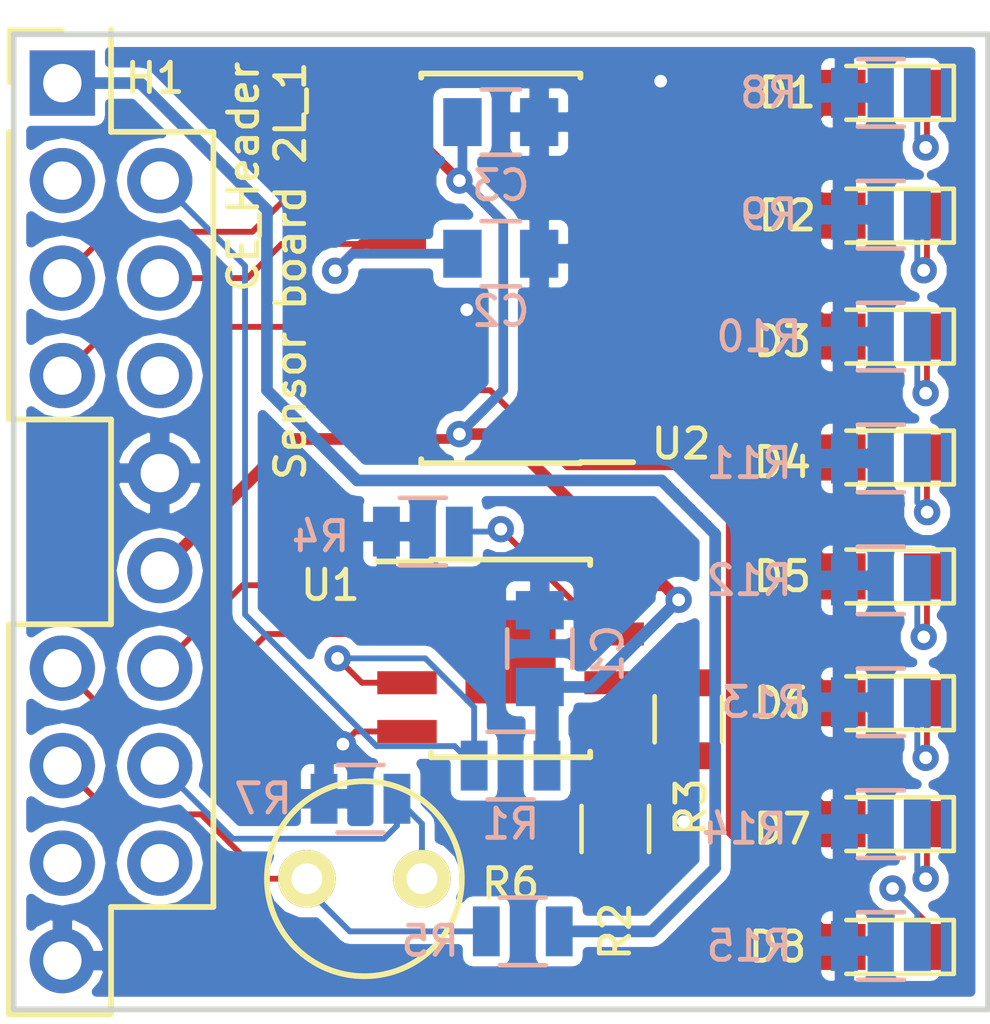
<source format=kicad_pcb>
(kicad_pcb (version 4) (host pcbnew 4.0.0-rc1-stable)

  (general
    (links 57)
    (no_connects 0)
    (area 154.356999 108.382999 179.907001 133.933001)
    (thickness 1.6)
    (drawings 5)
    (tracks 184)
    (zones 0)
    (modules 29)
    (nets 36)
  )

  (page A4)
  (layers
    (0 F.Cu signal)
    (31 B.Cu signal)
    (32 B.Adhes user)
    (33 F.Adhes user)
    (34 B.Paste user)
    (35 F.Paste user)
    (36 B.SilkS user)
    (37 F.SilkS user)
    (38 B.Mask user)
    (39 F.Mask user)
    (40 Dwgs.User user)
    (41 Cmts.User user)
    (42 Eco1.User user)
    (43 Eco2.User user)
    (44 Edge.Cuts user)
    (45 Margin user)
    (46 B.CrtYd user)
    (47 F.CrtYd user)
    (48 B.Fab user)
    (49 F.Fab user)
  )

  (setup
    (last_trace_width 0.1524)
    (user_trace_width 0.254)
    (user_trace_width 0.3048)
    (user_trace_width 0.6096)
    (trace_clearance 0.1524)
    (zone_clearance 0.254)
    (zone_45_only no)
    (trace_min 0.1524)
    (segment_width 0.2)
    (edge_width 0.15)
    (via_size 0.6858)
    (via_drill 0.3302)
    (via_min_size 0.6858)
    (via_min_drill 0.3302)
    (uvia_size 0.3)
    (uvia_drill 0.1)
    (uvias_allowed no)
    (uvia_min_size 0.2)
    (uvia_min_drill 0.1)
    (pcb_text_width 0.3)
    (pcb_text_size 1.5 1.5)
    (mod_edge_width 0.15)
    (mod_text_size 0.762 0.762)
    (mod_text_width 0.127)
    (pad_size 1.524 1.524)
    (pad_drill 0.762)
    (pad_to_mask_clearance 0)
    (aux_axis_origin 0 0)
    (visible_elements 7FFEFFFF)
    (pcbplotparams
      (layerselection 0x010f0_80000001)
      (usegerberextensions false)
      (excludeedgelayer true)
      (linewidth 0.076200)
      (plotframeref false)
      (viasonmask false)
      (mode 1)
      (useauxorigin false)
      (hpglpennumber 1)
      (hpglpenspeed 20)
      (hpglpendiameter 15)
      (hpglpenoverlay 2)
      (psnegative false)
      (psa4output false)
      (plotreference true)
      (plotvalue true)
      (plotinvisibletext false)
      (padsonsilk false)
      (subtractmaskfromsilk false)
      (outputformat 1)
      (mirror false)
      (drillshape 0)
      (scaleselection 1)
      (outputdirectory gerbers/))
  )

  (net 0 "")
  (net 1 GND)
  (net 2 /3V3)
  (net 3 /latchPin)
  (net 4 "Net-(D1-Pad2)")
  (net 5 "Net-(D1-Pad1)")
  (net 6 "Net-(D2-Pad2)")
  (net 7 "Net-(D2-Pad1)")
  (net 8 "Net-(D3-Pad2)")
  (net 9 "Net-(D3-Pad1)")
  (net 10 "Net-(D4-Pad2)")
  (net 11 "Net-(D4-Pad1)")
  (net 12 "Net-(D5-Pad2)")
  (net 13 "Net-(D5-Pad1)")
  (net 14 "Net-(D6-Pad2)")
  (net 15 "Net-(D6-Pad1)")
  (net 16 "Net-(D7-Pad2)")
  (net 17 "Net-(D7-Pad1)")
  (net 18 "Net-(D8-Pad2)")
  (net 19 "Net-(D8-Pad1)")
  (net 20 "Net-(H1-Pad3)")
  (net 21 /O.S)
  (net 22 /clockPin)
  (net 23 /dataPin)
  (net 24 "Net-(H1-Pad8)")
  (net 25 /SCL)
  (net 26 /SDA)
  (net 27 /PT_TOP)
  (net 28 /PR_BOT)
  (net 29 "Net-(H1-Pad17)")
  (net 30 "Net-(H1-Pad18)")
  (net 31 "Net-(R2-Pad1)")
  (net 32 "Net-(R3-Pad1)")
  (net 33 "Net-(R4-Pad1)")
  (net 34 /5V)
  (net 35 "Net-(U2-Pad9)")

  (net_class Default "This is the default net class."
    (clearance 0.1524)
    (trace_width 0.1524)
    (via_dia 0.6858)
    (via_drill 0.3302)
    (uvia_dia 0.3)
    (uvia_drill 0.1)
    (add_net /3V3)
    (add_net /5V)
    (add_net /O.S)
    (add_net /PR_BOT)
    (add_net /PT_TOP)
    (add_net /SCL)
    (add_net /SDA)
    (add_net /clockPin)
    (add_net /dataPin)
    (add_net /latchPin)
    (add_net GND)
    (add_net "Net-(D1-Pad1)")
    (add_net "Net-(D1-Pad2)")
    (add_net "Net-(D2-Pad1)")
    (add_net "Net-(D2-Pad2)")
    (add_net "Net-(D3-Pad1)")
    (add_net "Net-(D3-Pad2)")
    (add_net "Net-(D4-Pad1)")
    (add_net "Net-(D4-Pad2)")
    (add_net "Net-(D5-Pad1)")
    (add_net "Net-(D5-Pad2)")
    (add_net "Net-(D6-Pad1)")
    (add_net "Net-(D6-Pad2)")
    (add_net "Net-(D7-Pad1)")
    (add_net "Net-(D7-Pad2)")
    (add_net "Net-(D8-Pad1)")
    (add_net "Net-(D8-Pad2)")
    (add_net "Net-(H1-Pad17)")
    (add_net "Net-(H1-Pad18)")
    (add_net "Net-(H1-Pad3)")
    (add_net "Net-(H1-Pad8)")
    (add_net "Net-(R2-Pad1)")
    (add_net "Net-(R3-Pad1)")
    (add_net "Net-(R4-Pad1)")
    (add_net "Net-(U2-Pad9)")
  )

  (module Capacitors_SMD:C_0805 (layer B.Cu) (tedit 58FC9599) (tstamp 58F382A2)
    (at 168.148 124.46 270)
    (descr "Capacitor SMD 0805, reflow soldering, AVX (see smccp.pdf)")
    (tags "capacitor 0805")
    (path /58F42C38)
    (attr smd)
    (fp_text reference C1 (at 0.127 -1.778 270) (layer B.SilkS)
      (effects (font (size 0.762 0.762) (thickness 0.127)) (justify mirror))
    )
    (fp_text value C (at 0 -1.75 270) (layer B.Fab)
      (effects (font (size 0.762 0.762) (thickness 0.127)) (justify mirror))
    )
    (fp_text user %R (at 0 1.5 270) (layer B.Fab)
      (effects (font (size 0.762 0.762) (thickness 0.127)) (justify mirror))
    )
    (fp_line (start -1 -0.62) (end -1 0.62) (layer B.Fab) (width 0.1))
    (fp_line (start 1 -0.62) (end -1 -0.62) (layer B.Fab) (width 0.1))
    (fp_line (start 1 0.62) (end 1 -0.62) (layer B.Fab) (width 0.1))
    (fp_line (start -1 0.62) (end 1 0.62) (layer B.Fab) (width 0.1))
    (fp_line (start 0.5 0.85) (end -0.5 0.85) (layer B.SilkS) (width 0.12))
    (fp_line (start -0.5 -0.85) (end 0.5 -0.85) (layer B.SilkS) (width 0.12))
    (fp_line (start -1.75 0.88) (end 1.75 0.88) (layer B.CrtYd) (width 0.05))
    (fp_line (start -1.75 0.88) (end -1.75 -0.87) (layer B.CrtYd) (width 0.05))
    (fp_line (start 1.75 -0.87) (end 1.75 0.88) (layer B.CrtYd) (width 0.05))
    (fp_line (start 1.75 -0.87) (end -1.75 -0.87) (layer B.CrtYd) (width 0.05))
    (pad 1 smd rect (at -1 0 270) (size 1 1.25) (layers B.Cu B.Paste B.Mask)
      (net 1 GND))
    (pad 2 smd rect (at 1 0 270) (size 1 1.25) (layers B.Cu B.Paste B.Mask)
      (net 2 /3V3))
    (model Capacitors_SMD.3dshapes/C_0805.wrl
      (at (xyz 0 0 0))
      (scale (xyz 1 1 1))
      (rotate (xyz 0 0 0))
    )
  )

  (module Capacitors_SMD:C_0805 (layer B.Cu) (tedit 58AA8463) (tstamp 58F382A8)
    (at 167.132 114.173)
    (descr "Capacitor SMD 0805, reflow soldering, AVX (see smccp.pdf)")
    (tags "capacitor 0805")
    (path /58F41931)
    (attr smd)
    (fp_text reference C2 (at 0 1.5) (layer B.SilkS)
      (effects (font (size 0.762 0.762) (thickness 0.127)) (justify mirror))
    )
    (fp_text value C (at 0 -1.75) (layer B.Fab)
      (effects (font (size 0.762 0.762) (thickness 0.127)) (justify mirror))
    )
    (fp_text user %R (at 0 1.5) (layer B.Fab)
      (effects (font (size 0.762 0.762) (thickness 0.127)) (justify mirror))
    )
    (fp_line (start -1 -0.62) (end -1 0.62) (layer B.Fab) (width 0.1))
    (fp_line (start 1 -0.62) (end -1 -0.62) (layer B.Fab) (width 0.1))
    (fp_line (start 1 0.62) (end 1 -0.62) (layer B.Fab) (width 0.1))
    (fp_line (start -1 0.62) (end 1 0.62) (layer B.Fab) (width 0.1))
    (fp_line (start 0.5 0.85) (end -0.5 0.85) (layer B.SilkS) (width 0.12))
    (fp_line (start -0.5 -0.85) (end 0.5 -0.85) (layer B.SilkS) (width 0.12))
    (fp_line (start -1.75 0.88) (end 1.75 0.88) (layer B.CrtYd) (width 0.05))
    (fp_line (start -1.75 0.88) (end -1.75 -0.87) (layer B.CrtYd) (width 0.05))
    (fp_line (start 1.75 -0.87) (end 1.75 0.88) (layer B.CrtYd) (width 0.05))
    (fp_line (start 1.75 -0.87) (end -1.75 -0.87) (layer B.CrtYd) (width 0.05))
    (pad 1 smd rect (at -1 0) (size 1 1.25) (layers B.Cu B.Paste B.Mask)
      (net 3 /latchPin))
    (pad 2 smd rect (at 1 0) (size 1 1.25) (layers B.Cu B.Paste B.Mask)
      (net 1 GND))
    (model Capacitors_SMD.3dshapes/C_0805.wrl
      (at (xyz 0 0 0))
      (scale (xyz 1 1 1))
      (rotate (xyz 0 0 0))
    )
  )

  (module Capacitors_SMD:C_0805 (layer B.Cu) (tedit 58FC9547) (tstamp 58F382AE)
    (at 167.132 110.744 180)
    (descr "Capacitor SMD 0805, reflow soldering, AVX (see smccp.pdf)")
    (tags "capacitor 0805")
    (path /58F41A00)
    (attr smd)
    (fp_text reference C3 (at 0 -1.651 180) (layer B.SilkS)
      (effects (font (size 0.762 0.762) (thickness 0.127)) (justify mirror))
    )
    (fp_text value C (at 0 -1.75 180) (layer B.Fab)
      (effects (font (size 0.762 0.762) (thickness 0.127)) (justify mirror))
    )
    (fp_text user %R (at 0 -1.651 180) (layer B.Fab)
      (effects (font (size 0.762 0.762) (thickness 0.127)) (justify mirror))
    )
    (fp_line (start -1 -0.62) (end -1 0.62) (layer B.Fab) (width 0.1))
    (fp_line (start 1 -0.62) (end -1 -0.62) (layer B.Fab) (width 0.1))
    (fp_line (start 1 0.62) (end 1 -0.62) (layer B.Fab) (width 0.1))
    (fp_line (start -1 0.62) (end 1 0.62) (layer B.Fab) (width 0.1))
    (fp_line (start 0.5 0.85) (end -0.5 0.85) (layer B.SilkS) (width 0.12))
    (fp_line (start -0.5 -0.85) (end 0.5 -0.85) (layer B.SilkS) (width 0.12))
    (fp_line (start -1.75 0.88) (end 1.75 0.88) (layer B.CrtYd) (width 0.05))
    (fp_line (start -1.75 0.88) (end -1.75 -0.87) (layer B.CrtYd) (width 0.05))
    (fp_line (start 1.75 -0.87) (end 1.75 0.88) (layer B.CrtYd) (width 0.05))
    (fp_line (start 1.75 -0.87) (end -1.75 -0.87) (layer B.CrtYd) (width 0.05))
    (pad 1 smd rect (at -1 0 180) (size 1 1.25) (layers B.Cu B.Paste B.Mask)
      (net 1 GND))
    (pad 2 smd rect (at 1 0 180) (size 1 1.25) (layers B.Cu B.Paste B.Mask)
      (net 2 /3V3))
    (model Capacitors_SMD.3dshapes/C_0805.wrl
      (at (xyz 0 0 0))
      (scale (xyz 1 1 1))
      (rotate (xyz 0 0 0))
    )
  )

  (module LEDs:LED_0805 (layer F.Cu) (tedit 58FC9506) (tstamp 58F382B4)
    (at 177.1396 109.982 180)
    (descr "LED 0805 smd package")
    (tags "LED led 0805 SMD smd SMT smt smdled SMDLED smtled SMTLED")
    (path /58F37837)
    (attr smd)
    (fp_text reference D1 (at 2.54 0 180) (layer F.SilkS)
      (effects (font (size 0.762 0.762) (thickness 0.127)))
    )
    (fp_text value LED (at 0 1.55 180) (layer F.Fab)
      (effects (font (size 0.762 0.762) (thickness 0.127)))
    )
    (fp_line (start -1.8 -0.7) (end -1.8 0.7) (layer F.SilkS) (width 0.12))
    (fp_line (start -0.4 -0.4) (end -0.4 0.4) (layer F.Fab) (width 0.1))
    (fp_line (start -0.4 0) (end 0.2 -0.4) (layer F.Fab) (width 0.1))
    (fp_line (start 0.2 0.4) (end -0.4 0) (layer F.Fab) (width 0.1))
    (fp_line (start 0.2 -0.4) (end 0.2 0.4) (layer F.Fab) (width 0.1))
    (fp_line (start 1 0.6) (end -1 0.6) (layer F.Fab) (width 0.1))
    (fp_line (start 1 -0.6) (end 1 0.6) (layer F.Fab) (width 0.1))
    (fp_line (start -1 -0.6) (end 1 -0.6) (layer F.Fab) (width 0.1))
    (fp_line (start -1 0.6) (end -1 -0.6) (layer F.Fab) (width 0.1))
    (fp_line (start -1.8 0.7) (end 1 0.7) (layer F.SilkS) (width 0.12))
    (fp_line (start -1.8 -0.7) (end 1 -0.7) (layer F.SilkS) (width 0.12))
    (fp_line (start 1.95 -0.85) (end 1.95 0.85) (layer F.CrtYd) (width 0.05))
    (fp_line (start 1.95 0.85) (end -1.95 0.85) (layer F.CrtYd) (width 0.05))
    (fp_line (start -1.95 0.85) (end -1.95 -0.85) (layer F.CrtYd) (width 0.05))
    (fp_line (start -1.95 -0.85) (end 1.95 -0.85) (layer F.CrtYd) (width 0.05))
    (pad 2 smd rect (at 1.1 0) (size 1.2 1.2) (layers F.Cu F.Paste F.Mask)
      (net 4 "Net-(D1-Pad2)"))
    (pad 1 smd rect (at -1.1 0) (size 1.2 1.2) (layers F.Cu F.Paste F.Mask)
      (net 5 "Net-(D1-Pad1)"))
    (model LEDs.3dshapes/LED_0805.wrl
      (at (xyz 0 0 0))
      (scale (xyz 1 1 1))
      (rotate (xyz 0 0 180))
    )
  )

  (module LEDs:LED_0805 (layer F.Cu) (tedit 58FC9508) (tstamp 58F382BA)
    (at 177.1396 113.1824 180)
    (descr "LED 0805 smd package")
    (tags "LED led 0805 SMD smd SMT smt smdled SMDLED smtled SMTLED")
    (path /58F37828)
    (attr smd)
    (fp_text reference D2 (at 2.54 0 180) (layer F.SilkS)
      (effects (font (size 0.762 0.762) (thickness 0.127)))
    )
    (fp_text value LED (at 0 1.55 180) (layer F.Fab)
      (effects (font (size 0.762 0.762) (thickness 0.127)))
    )
    (fp_line (start -1.8 -0.7) (end -1.8 0.7) (layer F.SilkS) (width 0.12))
    (fp_line (start -0.4 -0.4) (end -0.4 0.4) (layer F.Fab) (width 0.1))
    (fp_line (start -0.4 0) (end 0.2 -0.4) (layer F.Fab) (width 0.1))
    (fp_line (start 0.2 0.4) (end -0.4 0) (layer F.Fab) (width 0.1))
    (fp_line (start 0.2 -0.4) (end 0.2 0.4) (layer F.Fab) (width 0.1))
    (fp_line (start 1 0.6) (end -1 0.6) (layer F.Fab) (width 0.1))
    (fp_line (start 1 -0.6) (end 1 0.6) (layer F.Fab) (width 0.1))
    (fp_line (start -1 -0.6) (end 1 -0.6) (layer F.Fab) (width 0.1))
    (fp_line (start -1 0.6) (end -1 -0.6) (layer F.Fab) (width 0.1))
    (fp_line (start -1.8 0.7) (end 1 0.7) (layer F.SilkS) (width 0.12))
    (fp_line (start -1.8 -0.7) (end 1 -0.7) (layer F.SilkS) (width 0.12))
    (fp_line (start 1.95 -0.85) (end 1.95 0.85) (layer F.CrtYd) (width 0.05))
    (fp_line (start 1.95 0.85) (end -1.95 0.85) (layer F.CrtYd) (width 0.05))
    (fp_line (start -1.95 0.85) (end -1.95 -0.85) (layer F.CrtYd) (width 0.05))
    (fp_line (start -1.95 -0.85) (end 1.95 -0.85) (layer F.CrtYd) (width 0.05))
    (pad 2 smd rect (at 1.1 0) (size 1.2 1.2) (layers F.Cu F.Paste F.Mask)
      (net 6 "Net-(D2-Pad2)"))
    (pad 1 smd rect (at -1.1 0) (size 1.2 1.2) (layers F.Cu F.Paste F.Mask)
      (net 7 "Net-(D2-Pad1)"))
    (model LEDs.3dshapes/LED_0805.wrl
      (at (xyz 0 0 0))
      (scale (xyz 1 1 1))
      (rotate (xyz 0 0 180))
    )
  )

  (module LEDs:LED_0805 (layer F.Cu) (tedit 58FC950A) (tstamp 58F382C0)
    (at 177.1396 116.332 180)
    (descr "LED 0805 smd package")
    (tags "LED led 0805 SMD smd SMT smt smdled SMDLED smtled SMTLED")
    (path /58F37819)
    (attr smd)
    (fp_text reference D3 (at 2.667 -0.127 180) (layer F.SilkS)
      (effects (font (size 0.762 0.762) (thickness 0.127)))
    )
    (fp_text value LED (at 0 1.55 180) (layer F.Fab)
      (effects (font (size 0.762 0.762) (thickness 0.127)))
    )
    (fp_line (start -1.8 -0.7) (end -1.8 0.7) (layer F.SilkS) (width 0.12))
    (fp_line (start -0.4 -0.4) (end -0.4 0.4) (layer F.Fab) (width 0.1))
    (fp_line (start -0.4 0) (end 0.2 -0.4) (layer F.Fab) (width 0.1))
    (fp_line (start 0.2 0.4) (end -0.4 0) (layer F.Fab) (width 0.1))
    (fp_line (start 0.2 -0.4) (end 0.2 0.4) (layer F.Fab) (width 0.1))
    (fp_line (start 1 0.6) (end -1 0.6) (layer F.Fab) (width 0.1))
    (fp_line (start 1 -0.6) (end 1 0.6) (layer F.Fab) (width 0.1))
    (fp_line (start -1 -0.6) (end 1 -0.6) (layer F.Fab) (width 0.1))
    (fp_line (start -1 0.6) (end -1 -0.6) (layer F.Fab) (width 0.1))
    (fp_line (start -1.8 0.7) (end 1 0.7) (layer F.SilkS) (width 0.12))
    (fp_line (start -1.8 -0.7) (end 1 -0.7) (layer F.SilkS) (width 0.12))
    (fp_line (start 1.95 -0.85) (end 1.95 0.85) (layer F.CrtYd) (width 0.05))
    (fp_line (start 1.95 0.85) (end -1.95 0.85) (layer F.CrtYd) (width 0.05))
    (fp_line (start -1.95 0.85) (end -1.95 -0.85) (layer F.CrtYd) (width 0.05))
    (fp_line (start -1.95 -0.85) (end 1.95 -0.85) (layer F.CrtYd) (width 0.05))
    (pad 2 smd rect (at 1.1 0) (size 1.2 1.2) (layers F.Cu F.Paste F.Mask)
      (net 8 "Net-(D3-Pad2)"))
    (pad 1 smd rect (at -1.1 0) (size 1.2 1.2) (layers F.Cu F.Paste F.Mask)
      (net 9 "Net-(D3-Pad1)"))
    (model LEDs.3dshapes/LED_0805.wrl
      (at (xyz 0 0 0))
      (scale (xyz 1 1 1))
      (rotate (xyz 0 0 180))
    )
  )

  (module LEDs:LED_0805 (layer F.Cu) (tedit 58FC950D) (tstamp 58F382C6)
    (at 177.1396 119.4816 180)
    (descr "LED 0805 smd package")
    (tags "LED led 0805 SMD smd SMT smt smdled SMDLED smtled SMTLED")
    (path /58F3780A)
    (attr smd)
    (fp_text reference D4 (at 2.667 -0.127 180) (layer F.SilkS)
      (effects (font (size 0.762 0.762) (thickness 0.127)))
    )
    (fp_text value LED (at 0 1.55 180) (layer F.Fab)
      (effects (font (size 0.762 0.762) (thickness 0.127)))
    )
    (fp_line (start -1.8 -0.7) (end -1.8 0.7) (layer F.SilkS) (width 0.12))
    (fp_line (start -0.4 -0.4) (end -0.4 0.4) (layer F.Fab) (width 0.1))
    (fp_line (start -0.4 0) (end 0.2 -0.4) (layer F.Fab) (width 0.1))
    (fp_line (start 0.2 0.4) (end -0.4 0) (layer F.Fab) (width 0.1))
    (fp_line (start 0.2 -0.4) (end 0.2 0.4) (layer F.Fab) (width 0.1))
    (fp_line (start 1 0.6) (end -1 0.6) (layer F.Fab) (width 0.1))
    (fp_line (start 1 -0.6) (end 1 0.6) (layer F.Fab) (width 0.1))
    (fp_line (start -1 -0.6) (end 1 -0.6) (layer F.Fab) (width 0.1))
    (fp_line (start -1 0.6) (end -1 -0.6) (layer F.Fab) (width 0.1))
    (fp_line (start -1.8 0.7) (end 1 0.7) (layer F.SilkS) (width 0.12))
    (fp_line (start -1.8 -0.7) (end 1 -0.7) (layer F.SilkS) (width 0.12))
    (fp_line (start 1.95 -0.85) (end 1.95 0.85) (layer F.CrtYd) (width 0.05))
    (fp_line (start 1.95 0.85) (end -1.95 0.85) (layer F.CrtYd) (width 0.05))
    (fp_line (start -1.95 0.85) (end -1.95 -0.85) (layer F.CrtYd) (width 0.05))
    (fp_line (start -1.95 -0.85) (end 1.95 -0.85) (layer F.CrtYd) (width 0.05))
    (pad 2 smd rect (at 1.1 0) (size 1.2 1.2) (layers F.Cu F.Paste F.Mask)
      (net 10 "Net-(D4-Pad2)"))
    (pad 1 smd rect (at -1.1 0) (size 1.2 1.2) (layers F.Cu F.Paste F.Mask)
      (net 11 "Net-(D4-Pad1)"))
    (model LEDs.3dshapes/LED_0805.wrl
      (at (xyz 0 0 0))
      (scale (xyz 1 1 1))
      (rotate (xyz 0 0 180))
    )
  )

  (module LEDs:LED_0805 (layer F.Cu) (tedit 58FC94E6) (tstamp 58F382CC)
    (at 177.1396 122.5804 180)
    (descr "LED 0805 smd package")
    (tags "LED led 0805 SMD smd SMT smt smdled SMDLED smtled SMTLED")
    (path /58F376BF)
    (attr smd)
    (fp_text reference D5 (at 2.667 0 180) (layer F.SilkS)
      (effects (font (size 0.762 0.762) (thickness 0.127)))
    )
    (fp_text value LED (at 0 1.55 180) (layer F.Fab)
      (effects (font (size 0.762 0.762) (thickness 0.127)))
    )
    (fp_line (start -1.8 -0.7) (end -1.8 0.7) (layer F.SilkS) (width 0.12))
    (fp_line (start -0.4 -0.4) (end -0.4 0.4) (layer F.Fab) (width 0.1))
    (fp_line (start -0.4 0) (end 0.2 -0.4) (layer F.Fab) (width 0.1))
    (fp_line (start 0.2 0.4) (end -0.4 0) (layer F.Fab) (width 0.1))
    (fp_line (start 0.2 -0.4) (end 0.2 0.4) (layer F.Fab) (width 0.1))
    (fp_line (start 1 0.6) (end -1 0.6) (layer F.Fab) (width 0.1))
    (fp_line (start 1 -0.6) (end 1 0.6) (layer F.Fab) (width 0.1))
    (fp_line (start -1 -0.6) (end 1 -0.6) (layer F.Fab) (width 0.1))
    (fp_line (start -1 0.6) (end -1 -0.6) (layer F.Fab) (width 0.1))
    (fp_line (start -1.8 0.7) (end 1 0.7) (layer F.SilkS) (width 0.12))
    (fp_line (start -1.8 -0.7) (end 1 -0.7) (layer F.SilkS) (width 0.12))
    (fp_line (start 1.95 -0.85) (end 1.95 0.85) (layer F.CrtYd) (width 0.05))
    (fp_line (start 1.95 0.85) (end -1.95 0.85) (layer F.CrtYd) (width 0.05))
    (fp_line (start -1.95 0.85) (end -1.95 -0.85) (layer F.CrtYd) (width 0.05))
    (fp_line (start -1.95 -0.85) (end 1.95 -0.85) (layer F.CrtYd) (width 0.05))
    (pad 2 smd rect (at 1.1 0) (size 1.2 1.2) (layers F.Cu F.Paste F.Mask)
      (net 12 "Net-(D5-Pad2)"))
    (pad 1 smd rect (at -1.1 0) (size 1.2 1.2) (layers F.Cu F.Paste F.Mask)
      (net 13 "Net-(D5-Pad1)"))
    (model LEDs.3dshapes/LED_0805.wrl
      (at (xyz 0 0 0))
      (scale (xyz 1 1 1))
      (rotate (xyz 0 0 180))
    )
  )

  (module LEDs:LED_0805 (layer F.Cu) (tedit 58FC94E1) (tstamp 58F382D2)
    (at 177.1396 125.8824 180)
    (descr "LED 0805 smd package")
    (tags "LED led 0805 SMD smd SMT smt smdled SMDLED smtled SMTLED")
    (path /58F376B0)
    (attr smd)
    (fp_text reference D6 (at 2.667 0 180) (layer F.SilkS)
      (effects (font (size 0.762 0.762) (thickness 0.127)))
    )
    (fp_text value LED (at 0 1.55 180) (layer F.Fab)
      (effects (font (size 0.762 0.762) (thickness 0.127)))
    )
    (fp_line (start -1.8 -0.7) (end -1.8 0.7) (layer F.SilkS) (width 0.12))
    (fp_line (start -0.4 -0.4) (end -0.4 0.4) (layer F.Fab) (width 0.1))
    (fp_line (start -0.4 0) (end 0.2 -0.4) (layer F.Fab) (width 0.1))
    (fp_line (start 0.2 0.4) (end -0.4 0) (layer F.Fab) (width 0.1))
    (fp_line (start 0.2 -0.4) (end 0.2 0.4) (layer F.Fab) (width 0.1))
    (fp_line (start 1 0.6) (end -1 0.6) (layer F.Fab) (width 0.1))
    (fp_line (start 1 -0.6) (end 1 0.6) (layer F.Fab) (width 0.1))
    (fp_line (start -1 -0.6) (end 1 -0.6) (layer F.Fab) (width 0.1))
    (fp_line (start -1 0.6) (end -1 -0.6) (layer F.Fab) (width 0.1))
    (fp_line (start -1.8 0.7) (end 1 0.7) (layer F.SilkS) (width 0.12))
    (fp_line (start -1.8 -0.7) (end 1 -0.7) (layer F.SilkS) (width 0.12))
    (fp_line (start 1.95 -0.85) (end 1.95 0.85) (layer F.CrtYd) (width 0.05))
    (fp_line (start 1.95 0.85) (end -1.95 0.85) (layer F.CrtYd) (width 0.05))
    (fp_line (start -1.95 0.85) (end -1.95 -0.85) (layer F.CrtYd) (width 0.05))
    (fp_line (start -1.95 -0.85) (end 1.95 -0.85) (layer F.CrtYd) (width 0.05))
    (pad 2 smd rect (at 1.1 0) (size 1.2 1.2) (layers F.Cu F.Paste F.Mask)
      (net 14 "Net-(D6-Pad2)"))
    (pad 1 smd rect (at -1.1 0) (size 1.2 1.2) (layers F.Cu F.Paste F.Mask)
      (net 15 "Net-(D6-Pad1)"))
    (model LEDs.3dshapes/LED_0805.wrl
      (at (xyz 0 0 0))
      (scale (xyz 1 1 1))
      (rotate (xyz 0 0 180))
    )
  )

  (module LEDs:LED_0805 (layer F.Cu) (tedit 58FC94DA) (tstamp 58F382D8)
    (at 177.1396 129.032 180)
    (descr "LED 0805 smd package")
    (tags "LED led 0805 SMD smd SMT smt smdled SMDLED smtled SMTLED")
    (path /58F375DE)
    (attr smd)
    (fp_text reference D7 (at 2.667 -0.127 180) (layer F.SilkS)
      (effects (font (size 0.762 0.762) (thickness 0.127)))
    )
    (fp_text value LED (at 0 1.55 180) (layer F.Fab)
      (effects (font (size 0.762 0.762) (thickness 0.127)))
    )
    (fp_line (start -1.8 -0.7) (end -1.8 0.7) (layer F.SilkS) (width 0.12))
    (fp_line (start -0.4 -0.4) (end -0.4 0.4) (layer F.Fab) (width 0.1))
    (fp_line (start -0.4 0) (end 0.2 -0.4) (layer F.Fab) (width 0.1))
    (fp_line (start 0.2 0.4) (end -0.4 0) (layer F.Fab) (width 0.1))
    (fp_line (start 0.2 -0.4) (end 0.2 0.4) (layer F.Fab) (width 0.1))
    (fp_line (start 1 0.6) (end -1 0.6) (layer F.Fab) (width 0.1))
    (fp_line (start 1 -0.6) (end 1 0.6) (layer F.Fab) (width 0.1))
    (fp_line (start -1 -0.6) (end 1 -0.6) (layer F.Fab) (width 0.1))
    (fp_line (start -1 0.6) (end -1 -0.6) (layer F.Fab) (width 0.1))
    (fp_line (start -1.8 0.7) (end 1 0.7) (layer F.SilkS) (width 0.12))
    (fp_line (start -1.8 -0.7) (end 1 -0.7) (layer F.SilkS) (width 0.12))
    (fp_line (start 1.95 -0.85) (end 1.95 0.85) (layer F.CrtYd) (width 0.05))
    (fp_line (start 1.95 0.85) (end -1.95 0.85) (layer F.CrtYd) (width 0.05))
    (fp_line (start -1.95 0.85) (end -1.95 -0.85) (layer F.CrtYd) (width 0.05))
    (fp_line (start -1.95 -0.85) (end 1.95 -0.85) (layer F.CrtYd) (width 0.05))
    (pad 2 smd rect (at 1.1 0) (size 1.2 1.2) (layers F.Cu F.Paste F.Mask)
      (net 16 "Net-(D7-Pad2)"))
    (pad 1 smd rect (at -1.1 0) (size 1.2 1.2) (layers F.Cu F.Paste F.Mask)
      (net 17 "Net-(D7-Pad1)"))
    (model LEDs.3dshapes/LED_0805.wrl
      (at (xyz 0 0 0))
      (scale (xyz 1 1 1))
      (rotate (xyz 0 0 180))
    )
  )

  (module LEDs:LED_0805 (layer F.Cu) (tedit 58FC94D1) (tstamp 58F382DE)
    (at 177.1396 132.2324 180)
    (descr "LED 0805 smd package")
    (tags "LED led 0805 SMD smd SMT smt smdled SMDLED smtled SMTLED")
    (path /58F371C8)
    (attr smd)
    (fp_text reference D8 (at 2.794 0 180) (layer F.SilkS)
      (effects (font (size 0.762 0.762) (thickness 0.127)))
    )
    (fp_text value LED (at 0 1.55 180) (layer F.Fab)
      (effects (font (size 0.762 0.762) (thickness 0.127)))
    )
    (fp_line (start -1.8 -0.7) (end -1.8 0.7) (layer F.SilkS) (width 0.12))
    (fp_line (start -0.4 -0.4) (end -0.4 0.4) (layer F.Fab) (width 0.1))
    (fp_line (start -0.4 0) (end 0.2 -0.4) (layer F.Fab) (width 0.1))
    (fp_line (start 0.2 0.4) (end -0.4 0) (layer F.Fab) (width 0.1))
    (fp_line (start 0.2 -0.4) (end 0.2 0.4) (layer F.Fab) (width 0.1))
    (fp_line (start 1 0.6) (end -1 0.6) (layer F.Fab) (width 0.1))
    (fp_line (start 1 -0.6) (end 1 0.6) (layer F.Fab) (width 0.1))
    (fp_line (start -1 -0.6) (end 1 -0.6) (layer F.Fab) (width 0.1))
    (fp_line (start -1 0.6) (end -1 -0.6) (layer F.Fab) (width 0.1))
    (fp_line (start -1.8 0.7) (end 1 0.7) (layer F.SilkS) (width 0.12))
    (fp_line (start -1.8 -0.7) (end 1 -0.7) (layer F.SilkS) (width 0.12))
    (fp_line (start 1.95 -0.85) (end 1.95 0.85) (layer F.CrtYd) (width 0.05))
    (fp_line (start 1.95 0.85) (end -1.95 0.85) (layer F.CrtYd) (width 0.05))
    (fp_line (start -1.95 0.85) (end -1.95 -0.85) (layer F.CrtYd) (width 0.05))
    (fp_line (start -1.95 -0.85) (end 1.95 -0.85) (layer F.CrtYd) (width 0.05))
    (pad 2 smd rect (at 1.1 0) (size 1.2 1.2) (layers F.Cu F.Paste F.Mask)
      (net 18 "Net-(D8-Pad2)"))
    (pad 1 smd rect (at -1.1 0) (size 1.2 1.2) (layers F.Cu F.Paste F.Mask)
      (net 19 "Net-(D8-Pad1)"))
    (model LEDs.3dshapes/LED_0805.wrl
      (at (xyz 0 0 0))
      (scale (xyz 1 1 1))
      (rotate (xyz 0 0 180))
    )
  )

  (module CE_Header:CE_Header (layer F.Cu) (tedit 58FC963B) (tstamp 58F382F2)
    (at 155.702 109.728)
    (descr "CE Header, 2.54mm pitch")
    (tags "CE Header, THT 2x10 2.54mm")
    (path /58F37098)
    (fp_text reference H1 (at 2.413 -0.127) (layer F.SilkS)
      (effects (font (size 0.762 0.762) (thickness 0.127)))
    )
    (fp_text value CE_Header (at 5.08 20.32 90) (layer F.Fab)
      (effects (font (size 0.762 0.762) (thickness 0.127)))
    )
    (fp_line (start -1.397 24.257) (end -1.397 14.097) (layer F.SilkS) (width 0.15))
    (fp_line (start -1.397 14.097) (end 1.27 14.097) (layer F.SilkS) (width 0.15))
    (fp_line (start 1.27 14.097) (end 1.27 8.763) (layer F.SilkS) (width 0.15))
    (fp_line (start 1.27 8.763) (end -1.397 8.763) (layer F.SilkS) (width 0.15))
    (fp_line (start -1.397 8.763) (end -1.397 1.27) (layer F.SilkS) (width 0.15))
    (fp_line (start 1.27 24.257) (end -1.397 24.257) (layer F.SilkS) (width 0.15))
    (fp_line (start 3.937 1.27) (end 3.937 21.463) (layer F.SilkS) (width 0.15))
    (fp_line (start 3.937 21.463) (end 1.27 21.463) (layer F.SilkS) (width 0.15))
    (fp_line (start 1.27 21.463) (end 1.27 24.257) (layer F.SilkS) (width 0.15))
    (fp_line (start 3.93 1.27) (end 1.27 1.27) (layer F.SilkS) (width 0.15))
    (fp_line (start 1.27 1.27) (end 1.27 -1.397) (layer F.SilkS) (width 0.15))
    (fp_line (start -1.27 -1.27) (end -1.27 24.13) (layer F.Fab) (width 0.1))
    (fp_line (start -1.27 24.13) (end 3.81 24.13) (layer F.Fab) (width 0.1))
    (fp_line (start 3.81 24.13) (end 3.81 -1.27) (layer F.Fab) (width 0.1))
    (fp_line (start 3.81 -1.27) (end -1.27 -1.27) (layer F.Fab) (width 0.1))
    (fp_line (start -1.39 0) (end -1.39 -1.39) (layer F.SilkS) (width 0.12))
    (fp_line (start -1.39 -1.39) (end 0 -1.39) (layer F.SilkS) (width 0.12))
    (fp_line (start -1.6 -1.6) (end -1.6 24.4) (layer F.CrtYd) (width 0.05))
    (fp_line (start -1.6 24.4) (end 4.1 24.4) (layer F.CrtYd) (width 0.05))
    (fp_line (start 4.1 24.4) (end 4.1 -1.6) (layer F.CrtYd) (width 0.05))
    (fp_line (start 4.1 -1.6) (end -1.6 -1.6) (layer F.CrtYd) (width 0.05))
    (pad 1 thru_hole rect (at 0 0) (size 1.7 1.7) (drill 1) (layers *.Cu *.Mask)
      (net 34 /5V))
    (pad 3 thru_hole oval (at 0 2.54) (size 1.7 1.7) (drill 1) (layers *.Cu *.Mask)
      (net 20 "Net-(H1-Pad3)"))
    (pad 4 thru_hole oval (at 2.54 2.54) (size 1.7 1.7) (drill 1) (layers *.Cu *.Mask)
      (net 21 /O.S))
    (pad 5 thru_hole oval (at 0 5.08) (size 1.7 1.7) (drill 1) (layers *.Cu *.Mask)
      (net 22 /clockPin))
    (pad 6 thru_hole oval (at 2.54 5.08) (size 1.7 1.7) (drill 1) (layers *.Cu *.Mask)
      (net 3 /latchPin))
    (pad 7 thru_hole oval (at 0 7.62) (size 1.7 1.7) (drill 1) (layers *.Cu *.Mask)
      (net 23 /dataPin))
    (pad 8 thru_hole oval (at 2.54 7.62) (size 1.7 1.7) (drill 1) (layers *.Cu *.Mask)
      (net 24 "Net-(H1-Pad8)"))
    (pad 10 thru_hole oval (at 2.54 10.16) (size 1.7 1.7) (drill 1) (layers *.Cu *.Mask)
      (net 1 GND))
    (pad 12 thru_hole oval (at 2.54 12.7) (size 1.7 1.7) (drill 1) (layers *.Cu *.Mask)
      (net 2 /3V3))
    (pad 13 thru_hole oval (at 0 15.24) (size 1.7 1.7) (drill 1) (layers *.Cu *.Mask)
      (net 25 /SCL))
    (pad 14 thru_hole oval (at 2.54 15.24) (size 1.7 1.7) (drill 1) (layers *.Cu *.Mask)
      (net 26 /SDA))
    (pad 15 thru_hole oval (at 0 17.78) (size 1.7 1.7) (drill 1) (layers *.Cu *.Mask)
      (net 27 /PT_TOP))
    (pad 16 thru_hole oval (at 2.54 17.78) (size 1.7 1.7) (drill 1) (layers *.Cu *.Mask)
      (net 28 /PR_BOT))
    (pad 17 thru_hole oval (at 0 20.32) (size 1.7 1.7) (drill 1) (layers *.Cu *.Mask)
      (net 29 "Net-(H1-Pad17)"))
    (pad 18 thru_hole oval (at 2.54 20.32) (size 1.7 1.7) (drill 1) (layers *.Cu *.Mask)
      (net 30 "Net-(H1-Pad18)"))
    (pad 19 thru_hole oval (at 0 22.86) (size 1.7 1.7) (drill 1) (layers *.Cu *.Mask)
      (net 1 GND))
    (model D:/pcbs/CE_Header/CE_Header/lib/3d/CE_Header_Socket.wrl
      (at (xyz 0.05 -0.45 0))
      (scale (xyz 1 1 1))
      (rotate (xyz 0 0 90))
    )
  )

  (module Resistors_SMD:R_0805 (layer B.Cu) (tedit 58FC95B0) (tstamp 58F382F8)
    (at 167.386 127.508 180)
    (descr "Resistor SMD 0805, reflow soldering, Vishay (see dcrcw.pdf)")
    (tags "resistor 0805")
    (path /58F3B9F7)
    (attr smd)
    (fp_text reference R1 (at 0 -1.524 180) (layer B.SilkS)
      (effects (font (size 0.762 0.762) (thickness 0.127)) (justify mirror))
    )
    (fp_text value R (at 0 -1.75 180) (layer B.Fab)
      (effects (font (size 0.762 0.762) (thickness 0.127)) (justify mirror))
    )
    (fp_text user %R (at 0 -1.524 180) (layer B.Fab)
      (effects (font (size 0.762 0.762) (thickness 0.127)) (justify mirror))
    )
    (fp_line (start -1 -0.62) (end -1 0.62) (layer B.Fab) (width 0.1))
    (fp_line (start 1 -0.62) (end -1 -0.62) (layer B.Fab) (width 0.1))
    (fp_line (start 1 0.62) (end 1 -0.62) (layer B.Fab) (width 0.1))
    (fp_line (start -1 0.62) (end 1 0.62) (layer B.Fab) (width 0.1))
    (fp_line (start 0.6 -0.88) (end -0.6 -0.88) (layer B.SilkS) (width 0.12))
    (fp_line (start -0.6 0.88) (end 0.6 0.88) (layer B.SilkS) (width 0.12))
    (fp_line (start -1.55 0.9) (end 1.55 0.9) (layer B.CrtYd) (width 0.05))
    (fp_line (start -1.55 0.9) (end -1.55 -0.9) (layer B.CrtYd) (width 0.05))
    (fp_line (start 1.55 -0.9) (end 1.55 0.9) (layer B.CrtYd) (width 0.05))
    (fp_line (start 1.55 -0.9) (end -1.55 -0.9) (layer B.CrtYd) (width 0.05))
    (pad 1 smd rect (at -0.95 0 180) (size 0.7 1.3) (layers B.Cu B.Paste B.Mask)
      (net 2 /3V3))
    (pad 2 smd rect (at 0.95 0 180) (size 0.7 1.3) (layers B.Cu B.Paste B.Mask)
      (net 21 /O.S))
    (model ${KISYS3DMOD}/Resistors_SMD.3dshapes/R_0805.wrl
      (at (xyz 0 0 0))
      (scale (xyz 1 1 1))
      (rotate (xyz 0 0 0))
    )
  )

  (module Resistors_SMD:R_0805 (layer F.Cu) (tedit 58FC95A7) (tstamp 58F382FE)
    (at 170.1165 129.159 270)
    (descr "Resistor SMD 0805, reflow soldering, Vishay (see dcrcw.pdf)")
    (tags "resistor 0805")
    (path /58F3AB1A)
    (attr smd)
    (fp_text reference R2 (at 2.667 0 270) (layer F.SilkS)
      (effects (font (size 0.762 0.762) (thickness 0.127)))
    )
    (fp_text value R (at 0 1.75 270) (layer F.Fab)
      (effects (font (size 0.762 0.762) (thickness 0.127)))
    )
    (fp_text user %R (at 2.667 0 270) (layer F.Fab)
      (effects (font (size 0.762 0.762) (thickness 0.127)))
    )
    (fp_line (start -1 0.62) (end -1 -0.62) (layer F.Fab) (width 0.1))
    (fp_line (start 1 0.62) (end -1 0.62) (layer F.Fab) (width 0.1))
    (fp_line (start 1 -0.62) (end 1 0.62) (layer F.Fab) (width 0.1))
    (fp_line (start -1 -0.62) (end 1 -0.62) (layer F.Fab) (width 0.1))
    (fp_line (start 0.6 0.88) (end -0.6 0.88) (layer F.SilkS) (width 0.12))
    (fp_line (start -0.6 -0.88) (end 0.6 -0.88) (layer F.SilkS) (width 0.12))
    (fp_line (start -1.55 -0.9) (end 1.55 -0.9) (layer F.CrtYd) (width 0.05))
    (fp_line (start -1.55 -0.9) (end -1.55 0.9) (layer F.CrtYd) (width 0.05))
    (fp_line (start 1.55 0.9) (end 1.55 -0.9) (layer F.CrtYd) (width 0.05))
    (fp_line (start 1.55 0.9) (end -1.55 0.9) (layer F.CrtYd) (width 0.05))
    (pad 1 smd rect (at -0.95 0 270) (size 0.7 1.3) (layers F.Cu F.Paste F.Mask)
      (net 31 "Net-(R2-Pad1)"))
    (pad 2 smd rect (at 0.95 0 270) (size 0.7 1.3) (layers F.Cu F.Paste F.Mask)
      (net 1 GND))
    (model ${KISYS3DMOD}/Resistors_SMD.3dshapes/R_0805.wrl
      (at (xyz 0 0 0))
      (scale (xyz 1 1 1))
      (rotate (xyz 0 0 0))
    )
  )

  (module Resistors_SMD:R_0805 (layer F.Cu) (tedit 58FCA33F) (tstamp 58F38304)
    (at 172.0215 126.3015 270)
    (descr "Resistor SMD 0805, reflow soldering, Vishay (see dcrcw.pdf)")
    (tags "resistor 0805")
    (path /58F3ABAF)
    (attr smd)
    (fp_text reference R3 (at 2.286 -0.0635 270) (layer F.SilkS)
      (effects (font (size 0.762 0.762) (thickness 0.127)))
    )
    (fp_text value R (at 0 1.75 270) (layer F.Fab)
      (effects (font (size 0.762 0.762) (thickness 0.127)))
    )
    (fp_text user %R (at 2.286 -0.0635 270) (layer F.Fab)
      (effects (font (size 0.762 0.762) (thickness 0.127)))
    )
    (fp_line (start -1 0.62) (end -1 -0.62) (layer F.Fab) (width 0.1))
    (fp_line (start 1 0.62) (end -1 0.62) (layer F.Fab) (width 0.1))
    (fp_line (start 1 -0.62) (end 1 0.62) (layer F.Fab) (width 0.1))
    (fp_line (start -1 -0.62) (end 1 -0.62) (layer F.Fab) (width 0.1))
    (fp_line (start 0.6 0.88) (end -0.6 0.88) (layer F.SilkS) (width 0.12))
    (fp_line (start -0.6 -0.88) (end 0.6 -0.88) (layer F.SilkS) (width 0.12))
    (fp_line (start -1.55 -0.9) (end 1.55 -0.9) (layer F.CrtYd) (width 0.05))
    (fp_line (start -1.55 -0.9) (end -1.55 0.9) (layer F.CrtYd) (width 0.05))
    (fp_line (start 1.55 0.9) (end 1.55 -0.9) (layer F.CrtYd) (width 0.05))
    (fp_line (start 1.55 0.9) (end -1.55 0.9) (layer F.CrtYd) (width 0.05))
    (pad 1 smd rect (at -0.95 0 270) (size 0.7 1.3) (layers F.Cu F.Paste F.Mask)
      (net 32 "Net-(R3-Pad1)"))
    (pad 2 smd rect (at 0.95 0 270) (size 0.7 1.3) (layers F.Cu F.Paste F.Mask)
      (net 1 GND))
    (model ${KISYS3DMOD}/Resistors_SMD.3dshapes/R_0805.wrl
      (at (xyz 0 0 0))
      (scale (xyz 1 1 1))
      (rotate (xyz 0 0 0))
    )
  )

  (module Resistors_SMD:R_0805 (layer B.Cu) (tedit 58FC95A2) (tstamp 58F3830A)
    (at 165.1 121.412 180)
    (descr "Resistor SMD 0805, reflow soldering, Vishay (see dcrcw.pdf)")
    (tags "resistor 0805")
    (path /58F3AC06)
    (attr smd)
    (fp_text reference R4 (at 2.667 -0.127 180) (layer B.SilkS)
      (effects (font (size 0.762 0.762) (thickness 0.127)) (justify mirror))
    )
    (fp_text value R (at 0 -1.75 180) (layer B.Fab)
      (effects (font (size 0.762 0.762) (thickness 0.127)) (justify mirror))
    )
    (fp_text user %R (at 2.667 -0.127 180) (layer B.Fab)
      (effects (font (size 0.762 0.762) (thickness 0.127)) (justify mirror))
    )
    (fp_line (start -1 -0.62) (end -1 0.62) (layer B.Fab) (width 0.1))
    (fp_line (start 1 -0.62) (end -1 -0.62) (layer B.Fab) (width 0.1))
    (fp_line (start 1 0.62) (end 1 -0.62) (layer B.Fab) (width 0.1))
    (fp_line (start -1 0.62) (end 1 0.62) (layer B.Fab) (width 0.1))
    (fp_line (start 0.6 -0.88) (end -0.6 -0.88) (layer B.SilkS) (width 0.12))
    (fp_line (start -0.6 0.88) (end 0.6 0.88) (layer B.SilkS) (width 0.12))
    (fp_line (start -1.55 0.9) (end 1.55 0.9) (layer B.CrtYd) (width 0.05))
    (fp_line (start -1.55 0.9) (end -1.55 -0.9) (layer B.CrtYd) (width 0.05))
    (fp_line (start 1.55 -0.9) (end 1.55 0.9) (layer B.CrtYd) (width 0.05))
    (fp_line (start 1.55 -0.9) (end -1.55 -0.9) (layer B.CrtYd) (width 0.05))
    (pad 1 smd rect (at -0.95 0 180) (size 0.7 1.3) (layers B.Cu B.Paste B.Mask)
      (net 33 "Net-(R4-Pad1)"))
    (pad 2 smd rect (at 0.95 0 180) (size 0.7 1.3) (layers B.Cu B.Paste B.Mask)
      (net 1 GND))
    (model ${KISYS3DMOD}/Resistors_SMD.3dshapes/R_0805.wrl
      (at (xyz 0 0 0))
      (scale (xyz 1 1 1))
      (rotate (xyz 0 0 0))
    )
  )

  (module Resistors_SMD:R_0805 (layer B.Cu) (tedit 58FC9662) (tstamp 58F38310)
    (at 167.7035 131.826 180)
    (descr "Resistor SMD 0805, reflow soldering, Vishay (see dcrcw.pdf)")
    (tags "resistor 0805")
    (path /58F384D4)
    (attr smd)
    (fp_text reference R5 (at 2.413 -0.254 180) (layer B.SilkS)
      (effects (font (size 0.762 0.762) (thickness 0.127)) (justify mirror))
    )
    (fp_text value R (at 0 -1.75 180) (layer B.Fab)
      (effects (font (size 0.762 0.762) (thickness 0.127)) (justify mirror))
    )
    (fp_text user %R (at 2.413 -0.254 180) (layer B.Fab)
      (effects (font (size 0.762 0.762) (thickness 0.127)) (justify mirror))
    )
    (fp_line (start -1 -0.62) (end -1 0.62) (layer B.Fab) (width 0.1))
    (fp_line (start 1 -0.62) (end -1 -0.62) (layer B.Fab) (width 0.1))
    (fp_line (start 1 0.62) (end 1 -0.62) (layer B.Fab) (width 0.1))
    (fp_line (start -1 0.62) (end 1 0.62) (layer B.Fab) (width 0.1))
    (fp_line (start 0.6 -0.88) (end -0.6 -0.88) (layer B.SilkS) (width 0.12))
    (fp_line (start -0.6 0.88) (end 0.6 0.88) (layer B.SilkS) (width 0.12))
    (fp_line (start -1.55 0.9) (end 1.55 0.9) (layer B.CrtYd) (width 0.05))
    (fp_line (start -1.55 0.9) (end -1.55 -0.9) (layer B.CrtYd) (width 0.05))
    (fp_line (start 1.55 -0.9) (end 1.55 0.9) (layer B.CrtYd) (width 0.05))
    (fp_line (start 1.55 -0.9) (end -1.55 -0.9) (layer B.CrtYd) (width 0.05))
    (pad 1 smd rect (at -0.95 0 180) (size 0.7 1.3) (layers B.Cu B.Paste B.Mask)
      (net 34 /5V))
    (pad 2 smd rect (at 0.95 0 180) (size 0.7 1.3) (layers B.Cu B.Paste B.Mask)
      (net 27 /PT_TOP))
    (model ${KISYS3DMOD}/Resistors_SMD.3dshapes/R_0805.wrl
      (at (xyz 0 0 0))
      (scale (xyz 1 1 1))
      (rotate (xyz 0 0 0))
    )
  )

  (module Resistors_SMD:R_0805 (layer B.Cu) (tedit 58FC9665) (tstamp 58F3831C)
    (at 163.4744 128.3716 180)
    (descr "Resistor SMD 0805, reflow soldering, Vishay (see dcrcw.pdf)")
    (tags "resistor 0805")
    (path /58F3E12D)
    (attr smd)
    (fp_text reference R7 (at 2.54 0 180) (layer B.SilkS)
      (effects (font (size 0.762 0.762) (thickness 0.127)) (justify mirror))
    )
    (fp_text value R (at 0 -1.75 180) (layer B.Fab)
      (effects (font (size 0.762 0.762) (thickness 0.127)) (justify mirror))
    )
    (fp_text user %R (at 2.54 0 180) (layer B.Fab)
      (effects (font (size 0.762 0.762) (thickness 0.127)) (justify mirror))
    )
    (fp_line (start -1 -0.62) (end -1 0.62) (layer B.Fab) (width 0.1))
    (fp_line (start 1 -0.62) (end -1 -0.62) (layer B.Fab) (width 0.1))
    (fp_line (start 1 0.62) (end 1 -0.62) (layer B.Fab) (width 0.1))
    (fp_line (start -1 0.62) (end 1 0.62) (layer B.Fab) (width 0.1))
    (fp_line (start 0.6 -0.88) (end -0.6 -0.88) (layer B.SilkS) (width 0.12))
    (fp_line (start -0.6 0.88) (end 0.6 0.88) (layer B.SilkS) (width 0.12))
    (fp_line (start -1.55 0.9) (end 1.55 0.9) (layer B.CrtYd) (width 0.05))
    (fp_line (start -1.55 0.9) (end -1.55 -0.9) (layer B.CrtYd) (width 0.05))
    (fp_line (start 1.55 -0.9) (end 1.55 0.9) (layer B.CrtYd) (width 0.05))
    (fp_line (start 1.55 -0.9) (end -1.55 -0.9) (layer B.CrtYd) (width 0.05))
    (pad 1 smd rect (at -0.95 0 180) (size 0.7 1.3) (layers B.Cu B.Paste B.Mask)
      (net 28 /PR_BOT))
    (pad 2 smd rect (at 0.95 0 180) (size 0.7 1.3) (layers B.Cu B.Paste B.Mask)
      (net 1 GND))
    (model ${KISYS3DMOD}/Resistors_SMD.3dshapes/R_0805.wrl
      (at (xyz 0 0 0))
      (scale (xyz 1 1 1))
      (rotate (xyz 0 0 0))
    )
  )

  (module Resistors_SMD:R_0805 (layer B.Cu) (tedit 58FC95BB) (tstamp 58F38322)
    (at 177.038 109.982)
    (descr "Resistor SMD 0805, reflow soldering, Vishay (see dcrcw.pdf)")
    (tags "resistor 0805")
    (path /58F3783D)
    (attr smd)
    (fp_text reference R8 (at -2.921 0) (layer B.SilkS)
      (effects (font (size 0.762 0.762) (thickness 0.127)) (justify mirror))
    )
    (fp_text value R (at 0 -1.75) (layer B.Fab)
      (effects (font (size 0.762 0.762) (thickness 0.127)) (justify mirror))
    )
    (fp_text user %R (at -2.921 0) (layer B.Fab)
      (effects (font (size 0.762 0.762) (thickness 0.127)) (justify mirror))
    )
    (fp_line (start -1 -0.62) (end -1 0.62) (layer B.Fab) (width 0.1))
    (fp_line (start 1 -0.62) (end -1 -0.62) (layer B.Fab) (width 0.1))
    (fp_line (start 1 0.62) (end 1 -0.62) (layer B.Fab) (width 0.1))
    (fp_line (start -1 0.62) (end 1 0.62) (layer B.Fab) (width 0.1))
    (fp_line (start 0.6 -0.88) (end -0.6 -0.88) (layer B.SilkS) (width 0.12))
    (fp_line (start -0.6 0.88) (end 0.6 0.88) (layer B.SilkS) (width 0.12))
    (fp_line (start -1.55 0.9) (end 1.55 0.9) (layer B.CrtYd) (width 0.05))
    (fp_line (start -1.55 0.9) (end -1.55 -0.9) (layer B.CrtYd) (width 0.05))
    (fp_line (start 1.55 -0.9) (end 1.55 0.9) (layer B.CrtYd) (width 0.05))
    (fp_line (start 1.55 -0.9) (end -1.55 -0.9) (layer B.CrtYd) (width 0.05))
    (pad 1 smd rect (at -0.95 0) (size 0.7 1.3) (layers B.Cu B.Paste B.Mask)
      (net 1 GND))
    (pad 2 smd rect (at 0.95 0) (size 0.7 1.3) (layers B.Cu B.Paste B.Mask)
      (net 5 "Net-(D1-Pad1)"))
    (model ${KISYS3DMOD}/Resistors_SMD.3dshapes/R_0805.wrl
      (at (xyz 0 0 0))
      (scale (xyz 1 1 1))
      (rotate (xyz 0 0 0))
    )
  )

  (module Resistors_SMD:R_0805 (layer B.Cu) (tedit 58FC95BF) (tstamp 58F38328)
    (at 177.038 113.157)
    (descr "Resistor SMD 0805, reflow soldering, Vishay (see dcrcw.pdf)")
    (tags "resistor 0805")
    (path /58F3782E)
    (attr smd)
    (fp_text reference R9 (at -2.921 0) (layer B.SilkS)
      (effects (font (size 0.762 0.762) (thickness 0.127)) (justify mirror))
    )
    (fp_text value R (at 0 -1.75) (layer B.Fab)
      (effects (font (size 0.762 0.762) (thickness 0.127)) (justify mirror))
    )
    (fp_text user %R (at -2.921 0) (layer B.Fab)
      (effects (font (size 0.762 0.762) (thickness 0.127)) (justify mirror))
    )
    (fp_line (start -1 -0.62) (end -1 0.62) (layer B.Fab) (width 0.1))
    (fp_line (start 1 -0.62) (end -1 -0.62) (layer B.Fab) (width 0.1))
    (fp_line (start 1 0.62) (end 1 -0.62) (layer B.Fab) (width 0.1))
    (fp_line (start -1 0.62) (end 1 0.62) (layer B.Fab) (width 0.1))
    (fp_line (start 0.6 -0.88) (end -0.6 -0.88) (layer B.SilkS) (width 0.12))
    (fp_line (start -0.6 0.88) (end 0.6 0.88) (layer B.SilkS) (width 0.12))
    (fp_line (start -1.55 0.9) (end 1.55 0.9) (layer B.CrtYd) (width 0.05))
    (fp_line (start -1.55 0.9) (end -1.55 -0.9) (layer B.CrtYd) (width 0.05))
    (fp_line (start 1.55 -0.9) (end 1.55 0.9) (layer B.CrtYd) (width 0.05))
    (fp_line (start 1.55 -0.9) (end -1.55 -0.9) (layer B.CrtYd) (width 0.05))
    (pad 1 smd rect (at -0.95 0) (size 0.7 1.3) (layers B.Cu B.Paste B.Mask)
      (net 1 GND))
    (pad 2 smd rect (at 0.95 0) (size 0.7 1.3) (layers B.Cu B.Paste B.Mask)
      (net 7 "Net-(D2-Pad1)"))
    (model ${KISYS3DMOD}/Resistors_SMD.3dshapes/R_0805.wrl
      (at (xyz 0 0 0))
      (scale (xyz 1 1 1))
      (rotate (xyz 0 0 0))
    )
  )

  (module Resistors_SMD:R_0805 (layer B.Cu) (tedit 58FC95D1) (tstamp 58F3832E)
    (at 177.038 116.332)
    (descr "Resistor SMD 0805, reflow soldering, Vishay (see dcrcw.pdf)")
    (tags "resistor 0805")
    (path /58F3781F)
    (attr smd)
    (fp_text reference R10 (at -3.175 0) (layer B.SilkS)
      (effects (font (size 0.762 0.762) (thickness 0.127)) (justify mirror))
    )
    (fp_text value R (at 0 -1.75) (layer B.Fab)
      (effects (font (size 0.762 0.762) (thickness 0.127)) (justify mirror))
    )
    (fp_text user %R (at -3.175 0) (layer B.Fab)
      (effects (font (size 0.762 0.762) (thickness 0.127)) (justify mirror))
    )
    (fp_line (start -1 -0.62) (end -1 0.62) (layer B.Fab) (width 0.1))
    (fp_line (start 1 -0.62) (end -1 -0.62) (layer B.Fab) (width 0.1))
    (fp_line (start 1 0.62) (end 1 -0.62) (layer B.Fab) (width 0.1))
    (fp_line (start -1 0.62) (end 1 0.62) (layer B.Fab) (width 0.1))
    (fp_line (start 0.6 -0.88) (end -0.6 -0.88) (layer B.SilkS) (width 0.12))
    (fp_line (start -0.6 0.88) (end 0.6 0.88) (layer B.SilkS) (width 0.12))
    (fp_line (start -1.55 0.9) (end 1.55 0.9) (layer B.CrtYd) (width 0.05))
    (fp_line (start -1.55 0.9) (end -1.55 -0.9) (layer B.CrtYd) (width 0.05))
    (fp_line (start 1.55 -0.9) (end 1.55 0.9) (layer B.CrtYd) (width 0.05))
    (fp_line (start 1.55 -0.9) (end -1.55 -0.9) (layer B.CrtYd) (width 0.05))
    (pad 1 smd rect (at -0.95 0) (size 0.7 1.3) (layers B.Cu B.Paste B.Mask)
      (net 1 GND))
    (pad 2 smd rect (at 0.95 0) (size 0.7 1.3) (layers B.Cu B.Paste B.Mask)
      (net 9 "Net-(D3-Pad1)"))
    (model ${KISYS3DMOD}/Resistors_SMD.3dshapes/R_0805.wrl
      (at (xyz 0 0 0))
      (scale (xyz 1 1 1))
      (rotate (xyz 0 0 0))
    )
  )

  (module Resistors_SMD:R_0805 (layer B.Cu) (tedit 58FC95D6) (tstamp 58F38334)
    (at 177.038 119.507)
    (descr "Resistor SMD 0805, reflow soldering, Vishay (see dcrcw.pdf)")
    (tags "resistor 0805")
    (path /58F37810)
    (attr smd)
    (fp_text reference R11 (at -3.429 0.127) (layer B.SilkS)
      (effects (font (size 0.762 0.762) (thickness 0.127)) (justify mirror))
    )
    (fp_text value R (at 0 -1.75) (layer B.Fab)
      (effects (font (size 0.762 0.762) (thickness 0.127)) (justify mirror))
    )
    (fp_text user %R (at -3.429 0.127) (layer B.Fab)
      (effects (font (size 0.762 0.762) (thickness 0.127)) (justify mirror))
    )
    (fp_line (start -1 -0.62) (end -1 0.62) (layer B.Fab) (width 0.1))
    (fp_line (start 1 -0.62) (end -1 -0.62) (layer B.Fab) (width 0.1))
    (fp_line (start 1 0.62) (end 1 -0.62) (layer B.Fab) (width 0.1))
    (fp_line (start -1 0.62) (end 1 0.62) (layer B.Fab) (width 0.1))
    (fp_line (start 0.6 -0.88) (end -0.6 -0.88) (layer B.SilkS) (width 0.12))
    (fp_line (start -0.6 0.88) (end 0.6 0.88) (layer B.SilkS) (width 0.12))
    (fp_line (start -1.55 0.9) (end 1.55 0.9) (layer B.CrtYd) (width 0.05))
    (fp_line (start -1.55 0.9) (end -1.55 -0.9) (layer B.CrtYd) (width 0.05))
    (fp_line (start 1.55 -0.9) (end 1.55 0.9) (layer B.CrtYd) (width 0.05))
    (fp_line (start 1.55 -0.9) (end -1.55 -0.9) (layer B.CrtYd) (width 0.05))
    (pad 1 smd rect (at -0.95 0) (size 0.7 1.3) (layers B.Cu B.Paste B.Mask)
      (net 1 GND))
    (pad 2 smd rect (at 0.95 0) (size 0.7 1.3) (layers B.Cu B.Paste B.Mask)
      (net 11 "Net-(D4-Pad1)"))
    (model ${KISYS3DMOD}/Resistors_SMD.3dshapes/R_0805.wrl
      (at (xyz 0 0 0))
      (scale (xyz 1 1 1))
      (rotate (xyz 0 0 0))
    )
  )

  (module Resistors_SMD:R_0805 (layer B.Cu) (tedit 58FC95DA) (tstamp 58F3833A)
    (at 177.038 122.682)
    (descr "Resistor SMD 0805, reflow soldering, Vishay (see dcrcw.pdf)")
    (tags "resistor 0805")
    (path /58F376C5)
    (attr smd)
    (fp_text reference R12 (at -3.429 0) (layer B.SilkS)
      (effects (font (size 0.762 0.762) (thickness 0.127)) (justify mirror))
    )
    (fp_text value R (at 0 -1.75) (layer B.Fab)
      (effects (font (size 0.762 0.762) (thickness 0.127)) (justify mirror))
    )
    (fp_text user %R (at -3.429 0) (layer B.Fab)
      (effects (font (size 0.762 0.762) (thickness 0.127)) (justify mirror))
    )
    (fp_line (start -1 -0.62) (end -1 0.62) (layer B.Fab) (width 0.1))
    (fp_line (start 1 -0.62) (end -1 -0.62) (layer B.Fab) (width 0.1))
    (fp_line (start 1 0.62) (end 1 -0.62) (layer B.Fab) (width 0.1))
    (fp_line (start -1 0.62) (end 1 0.62) (layer B.Fab) (width 0.1))
    (fp_line (start 0.6 -0.88) (end -0.6 -0.88) (layer B.SilkS) (width 0.12))
    (fp_line (start -0.6 0.88) (end 0.6 0.88) (layer B.SilkS) (width 0.12))
    (fp_line (start -1.55 0.9) (end 1.55 0.9) (layer B.CrtYd) (width 0.05))
    (fp_line (start -1.55 0.9) (end -1.55 -0.9) (layer B.CrtYd) (width 0.05))
    (fp_line (start 1.55 -0.9) (end 1.55 0.9) (layer B.CrtYd) (width 0.05))
    (fp_line (start 1.55 -0.9) (end -1.55 -0.9) (layer B.CrtYd) (width 0.05))
    (pad 1 smd rect (at -0.95 0) (size 0.7 1.3) (layers B.Cu B.Paste B.Mask)
      (net 1 GND))
    (pad 2 smd rect (at 0.95 0) (size 0.7 1.3) (layers B.Cu B.Paste B.Mask)
      (net 13 "Net-(D5-Pad1)"))
    (model ${KISYS3DMOD}/Resistors_SMD.3dshapes/R_0805.wrl
      (at (xyz 0 0 0))
      (scale (xyz 1 1 1))
      (rotate (xyz 0 0 0))
    )
  )

  (module Resistors_SMD:R_0805 (layer B.Cu) (tedit 58FCA0FA) (tstamp 58F38340)
    (at 177.038 125.857)
    (descr "Resistor SMD 0805, reflow soldering, Vishay (see dcrcw.pdf)")
    (tags "resistor 0805")
    (path /58F376B6)
    (attr smd)
    (fp_text reference R13 (at -3.048 0) (layer B.SilkS)
      (effects (font (size 0.762 0.762) (thickness 0.127)) (justify mirror))
    )
    (fp_text value R (at 0 -1.75) (layer B.Fab)
      (effects (font (size 0.762 0.762) (thickness 0.127)) (justify mirror))
    )
    (fp_text user %R (at -3.048 0) (layer B.Fab)
      (effects (font (size 0.762 0.762) (thickness 0.127)) (justify mirror))
    )
    (fp_line (start -1 -0.62) (end -1 0.62) (layer B.Fab) (width 0.1))
    (fp_line (start 1 -0.62) (end -1 -0.62) (layer B.Fab) (width 0.1))
    (fp_line (start 1 0.62) (end 1 -0.62) (layer B.Fab) (width 0.1))
    (fp_line (start -1 0.62) (end 1 0.62) (layer B.Fab) (width 0.1))
    (fp_line (start 0.6 -0.88) (end -0.6 -0.88) (layer B.SilkS) (width 0.12))
    (fp_line (start -0.6 0.88) (end 0.6 0.88) (layer B.SilkS) (width 0.12))
    (fp_line (start -1.55 0.9) (end 1.55 0.9) (layer B.CrtYd) (width 0.05))
    (fp_line (start -1.55 0.9) (end -1.55 -0.9) (layer B.CrtYd) (width 0.05))
    (fp_line (start 1.55 -0.9) (end 1.55 0.9) (layer B.CrtYd) (width 0.05))
    (fp_line (start 1.55 -0.9) (end -1.55 -0.9) (layer B.CrtYd) (width 0.05))
    (pad 1 smd rect (at -0.95 0) (size 0.7 1.3) (layers B.Cu B.Paste B.Mask)
      (net 1 GND))
    (pad 2 smd rect (at 0.95 0) (size 0.7 1.3) (layers B.Cu B.Paste B.Mask)
      (net 15 "Net-(D6-Pad1)"))
    (model ${KISYS3DMOD}/Resistors_SMD.3dshapes/R_0805.wrl
      (at (xyz 0 0 0))
      (scale (xyz 1 1 1))
      (rotate (xyz 0 0 0))
    )
  )

  (module Resistors_SMD:R_0805 (layer B.Cu) (tedit 58FC95F2) (tstamp 58F38346)
    (at 177.038 129.032)
    (descr "Resistor SMD 0805, reflow soldering, Vishay (see dcrcw.pdf)")
    (tags "resistor 0805")
    (path /58F375E4)
    (attr smd)
    (fp_text reference R14 (at -3.556 0.127) (layer B.SilkS)
      (effects (font (size 0.762 0.762) (thickness 0.127)) (justify mirror))
    )
    (fp_text value R (at 0 -1.75) (layer B.Fab)
      (effects (font (size 0.762 0.762) (thickness 0.127)) (justify mirror))
    )
    (fp_text user %R (at -3.556 0.127) (layer B.Fab)
      (effects (font (size 0.762 0.762) (thickness 0.127)) (justify mirror))
    )
    (fp_line (start -1 -0.62) (end -1 0.62) (layer B.Fab) (width 0.1))
    (fp_line (start 1 -0.62) (end -1 -0.62) (layer B.Fab) (width 0.1))
    (fp_line (start 1 0.62) (end 1 -0.62) (layer B.Fab) (width 0.1))
    (fp_line (start -1 0.62) (end 1 0.62) (layer B.Fab) (width 0.1))
    (fp_line (start 0.6 -0.88) (end -0.6 -0.88) (layer B.SilkS) (width 0.12))
    (fp_line (start -0.6 0.88) (end 0.6 0.88) (layer B.SilkS) (width 0.12))
    (fp_line (start -1.55 0.9) (end 1.55 0.9) (layer B.CrtYd) (width 0.05))
    (fp_line (start -1.55 0.9) (end -1.55 -0.9) (layer B.CrtYd) (width 0.05))
    (fp_line (start 1.55 -0.9) (end 1.55 0.9) (layer B.CrtYd) (width 0.05))
    (fp_line (start 1.55 -0.9) (end -1.55 -0.9) (layer B.CrtYd) (width 0.05))
    (pad 1 smd rect (at -0.95 0) (size 0.7 1.3) (layers B.Cu B.Paste B.Mask)
      (net 1 GND))
    (pad 2 smd rect (at 0.95 0) (size 0.7 1.3) (layers B.Cu B.Paste B.Mask)
      (net 17 "Net-(D7-Pad1)"))
    (model ${KISYS3DMOD}/Resistors_SMD.3dshapes/R_0805.wrl
      (at (xyz 0 0 0))
      (scale (xyz 1 1 1))
      (rotate (xyz 0 0 0))
    )
  )

  (module Resistors_SMD:R_0805 (layer B.Cu) (tedit 58FC95DF) (tstamp 58F3834C)
    (at 177.038 132.207)
    (descr "Resistor SMD 0805, reflow soldering, Vishay (see dcrcw.pdf)")
    (tags "resistor 0805")
    (path /58F3724B)
    (attr smd)
    (fp_text reference R15 (at -3.429 0) (layer B.SilkS)
      (effects (font (size 0.762 0.762) (thickness 0.127)) (justify mirror))
    )
    (fp_text value R (at 0 -1.75) (layer B.Fab)
      (effects (font (size 0.762 0.762) (thickness 0.127)) (justify mirror))
    )
    (fp_text user %R (at -3.429 0) (layer B.Fab)
      (effects (font (size 0.762 0.762) (thickness 0.127)) (justify mirror))
    )
    (fp_line (start -1 -0.62) (end -1 0.62) (layer B.Fab) (width 0.1))
    (fp_line (start 1 -0.62) (end -1 -0.62) (layer B.Fab) (width 0.1))
    (fp_line (start 1 0.62) (end 1 -0.62) (layer B.Fab) (width 0.1))
    (fp_line (start -1 0.62) (end 1 0.62) (layer B.Fab) (width 0.1))
    (fp_line (start 0.6 -0.88) (end -0.6 -0.88) (layer B.SilkS) (width 0.12))
    (fp_line (start -0.6 0.88) (end 0.6 0.88) (layer B.SilkS) (width 0.12))
    (fp_line (start -1.55 0.9) (end 1.55 0.9) (layer B.CrtYd) (width 0.05))
    (fp_line (start -1.55 0.9) (end -1.55 -0.9) (layer B.CrtYd) (width 0.05))
    (fp_line (start 1.55 -0.9) (end 1.55 0.9) (layer B.CrtYd) (width 0.05))
    (fp_line (start 1.55 -0.9) (end -1.55 -0.9) (layer B.CrtYd) (width 0.05))
    (pad 1 smd rect (at -0.95 0) (size 0.7 1.3) (layers B.Cu B.Paste B.Mask)
      (net 1 GND))
    (pad 2 smd rect (at 0.95 0) (size 0.7 1.3) (layers B.Cu B.Paste B.Mask)
      (net 19 "Net-(D8-Pad1)"))
    (model ${KISYS3DMOD}/Resistors_SMD.3dshapes/R_0805.wrl
      (at (xyz 0 0 0))
      (scale (xyz 1 1 1))
      (rotate (xyz 0 0 0))
    )
  )

  (module Housings_SOIC:SOIC-8-1EP_3.9x4.9mm_Pitch1.27mm (layer F.Cu) (tedit 58FC9650) (tstamp 58F3835C)
    (at 167.386 124.714)
    (descr "8-Lead Thermally Enhanced Plastic Small Outline (SE) - Narrow, 3.90 mm Body [SOIC] (see Microchip Packaging Specification 00000049BS.pdf)")
    (tags "SOIC 1.27")
    (path /58F3A72C)
    (attr smd)
    (fp_text reference U1 (at -4.699 -1.905) (layer F.SilkS)
      (effects (font (size 0.762 0.762) (thickness 0.127)))
    )
    (fp_text value DS7505 (at 0 3.5) (layer F.Fab)
      (effects (font (size 0.762 0.762) (thickness 0.127)))
    )
    (fp_text user %R (at 0 0) (layer F.Fab)
      (effects (font (size 0.762 0.762) (thickness 0.127)))
    )
    (fp_line (start -0.95 -2.45) (end 1.95 -2.45) (layer F.Fab) (width 0.15))
    (fp_line (start 1.95 -2.45) (end 1.95 2.45) (layer F.Fab) (width 0.15))
    (fp_line (start 1.95 2.45) (end -1.95 2.45) (layer F.Fab) (width 0.15))
    (fp_line (start -1.95 2.45) (end -1.95 -1.45) (layer F.Fab) (width 0.15))
    (fp_line (start -1.95 -1.45) (end -0.95 -2.45) (layer F.Fab) (width 0.15))
    (fp_line (start -3.75 -2.75) (end -3.75 2.75) (layer F.CrtYd) (width 0.05))
    (fp_line (start 3.75 -2.75) (end 3.75 2.75) (layer F.CrtYd) (width 0.05))
    (fp_line (start -3.75 -2.75) (end 3.75 -2.75) (layer F.CrtYd) (width 0.05))
    (fp_line (start -3.75 2.75) (end 3.75 2.75) (layer F.CrtYd) (width 0.05))
    (fp_line (start -2.075 -2.575) (end -2.075 -2.525) (layer F.SilkS) (width 0.15))
    (fp_line (start 2.075 -2.575) (end 2.075 -2.43) (layer F.SilkS) (width 0.15))
    (fp_line (start 2.075 2.575) (end 2.075 2.43) (layer F.SilkS) (width 0.15))
    (fp_line (start -2.075 2.575) (end -2.075 2.43) (layer F.SilkS) (width 0.15))
    (fp_line (start -2.075 -2.575) (end 2.075 -2.575) (layer F.SilkS) (width 0.15))
    (fp_line (start -2.075 2.575) (end 2.075 2.575) (layer F.SilkS) (width 0.15))
    (fp_line (start -2.075 -2.525) (end -3.475 -2.525) (layer F.SilkS) (width 0.15))
    (pad 1 smd rect (at -2.7 -1.905) (size 1.55 0.6) (layers F.Cu F.Paste F.Mask)
      (net 26 /SDA))
    (pad 2 smd rect (at -2.7 -0.635) (size 1.55 0.6) (layers F.Cu F.Paste F.Mask)
      (net 25 /SCL))
    (pad 3 smd rect (at -2.7 0.635) (size 1.55 0.6) (layers F.Cu F.Paste F.Mask)
      (net 21 /O.S))
    (pad 4 smd rect (at -2.7 1.905) (size 1.55 0.6) (layers F.Cu F.Paste F.Mask)
      (net 1 GND))
    (pad 5 smd rect (at 2.7 1.905) (size 1.55 0.6) (layers F.Cu F.Paste F.Mask)
      (net 31 "Net-(R2-Pad1)"))
    (pad 6 smd rect (at 2.7 0.635) (size 1.55 0.6) (layers F.Cu F.Paste F.Mask)
      (net 32 "Net-(R3-Pad1)"))
    (pad 7 smd rect (at 2.7 -0.635) (size 1.55 0.6) (layers F.Cu F.Paste F.Mask)
      (net 33 "Net-(R4-Pad1)"))
    (pad 8 smd rect (at 2.7 -1.905) (size 1.55 0.6) (layers F.Cu F.Paste F.Mask)
      (net 2 /3V3))
    (pad 9 smd rect (at 0.5875 0.5875) (size 1.175 1.175) (layers F.Cu F.Paste F.Mask)
      (solder_paste_margin_ratio -0.2))
    (pad 9 smd rect (at 0.5875 -0.5875) (size 1.175 1.175) (layers F.Cu F.Paste F.Mask)
      (solder_paste_margin_ratio -0.2))
    (pad 9 smd rect (at -0.5875 0.5875) (size 1.175 1.175) (layers F.Cu F.Paste F.Mask)
      (solder_paste_margin_ratio -0.2))
    (pad 9 smd rect (at -0.5875 -0.5875) (size 1.175 1.175) (layers F.Cu F.Paste F.Mask)
      (solder_paste_margin_ratio -0.2))
    (model Housings_SOIC.3dshapes/SOIC-8-1EP_3.9x4.9mm_Pitch1.27mm.wrl
      (at (xyz 0 0 0))
      (scale (xyz 1 1 1))
      (rotate (xyz 0 0 0))
    )
  )

  (module Housings_SOIC:SOIC-16_3.9x9.9mm_Pitch1.27mm (layer F.Cu) (tedit 58FC9645) (tstamp 58F38370)
    (at 167.132 114.554 180)
    (descr "16-Lead Plastic Small Outline (SL) - Narrow, 3.90 mm Body [SOIC] (see Microchip Packaging Specification 00000049BS.pdf)")
    (tags "SOIC 1.27")
    (path /58F3F728)
    (attr smd)
    (fp_text reference U2 (at -4.699 -4.572 180) (layer F.SilkS)
      (effects (font (size 0.762 0.762) (thickness 0.127)))
    )
    (fp_text value 74HC595-PWR (at 0 6 180) (layer F.Fab)
      (effects (font (size 0.762 0.762) (thickness 0.127)))
    )
    (fp_text user %R (at 0 0 180) (layer F.Fab)
      (effects (font (size 0.762 0.762) (thickness 0.127)))
    )
    (fp_line (start -0.95 -4.95) (end 1.95 -4.95) (layer F.Fab) (width 0.15))
    (fp_line (start 1.95 -4.95) (end 1.95 4.95) (layer F.Fab) (width 0.15))
    (fp_line (start 1.95 4.95) (end -1.95 4.95) (layer F.Fab) (width 0.15))
    (fp_line (start -1.95 4.95) (end -1.95 -3.95) (layer F.Fab) (width 0.15))
    (fp_line (start -1.95 -3.95) (end -0.95 -4.95) (layer F.Fab) (width 0.15))
    (fp_line (start -3.7 -5.25) (end -3.7 5.25) (layer F.CrtYd) (width 0.05))
    (fp_line (start 3.7 -5.25) (end 3.7 5.25) (layer F.CrtYd) (width 0.05))
    (fp_line (start -3.7 -5.25) (end 3.7 -5.25) (layer F.CrtYd) (width 0.05))
    (fp_line (start -3.7 5.25) (end 3.7 5.25) (layer F.CrtYd) (width 0.05))
    (fp_line (start -2.075 -5.075) (end -2.075 -5.05) (layer F.SilkS) (width 0.15))
    (fp_line (start 2.075 -5.075) (end 2.075 -4.97) (layer F.SilkS) (width 0.15))
    (fp_line (start 2.075 5.075) (end 2.075 4.97) (layer F.SilkS) (width 0.15))
    (fp_line (start -2.075 5.075) (end -2.075 4.97) (layer F.SilkS) (width 0.15))
    (fp_line (start -2.075 -5.075) (end 2.075 -5.075) (layer F.SilkS) (width 0.15))
    (fp_line (start -2.075 5.075) (end 2.075 5.075) (layer F.SilkS) (width 0.15))
    (fp_line (start -2.075 -5.05) (end -3.45 -5.05) (layer F.SilkS) (width 0.15))
    (pad 1 smd rect (at -2.7 -4.445 180) (size 1.5 0.6) (layers F.Cu F.Paste F.Mask)
      (net 16 "Net-(D7-Pad2)"))
    (pad 2 smd rect (at -2.7 -3.175 180) (size 1.5 0.6) (layers F.Cu F.Paste F.Mask)
      (net 14 "Net-(D6-Pad2)"))
    (pad 3 smd rect (at -2.7 -1.905 180) (size 1.5 0.6) (layers F.Cu F.Paste F.Mask)
      (net 12 "Net-(D5-Pad2)"))
    (pad 4 smd rect (at -2.7 -0.635 180) (size 1.5 0.6) (layers F.Cu F.Paste F.Mask)
      (net 10 "Net-(D4-Pad2)"))
    (pad 5 smd rect (at -2.7 0.635 180) (size 1.5 0.6) (layers F.Cu F.Paste F.Mask)
      (net 8 "Net-(D3-Pad2)"))
    (pad 6 smd rect (at -2.7 1.905 180) (size 1.5 0.6) (layers F.Cu F.Paste F.Mask)
      (net 6 "Net-(D2-Pad2)"))
    (pad 7 smd rect (at -2.7 3.175 180) (size 1.5 0.6) (layers F.Cu F.Paste F.Mask)
      (net 4 "Net-(D1-Pad2)"))
    (pad 8 smd rect (at -2.7 4.445 180) (size 1.5 0.6) (layers F.Cu F.Paste F.Mask)
      (net 1 GND))
    (pad 9 smd rect (at 2.7 4.445 180) (size 1.5 0.6) (layers F.Cu F.Paste F.Mask)
      (net 35 "Net-(U2-Pad9)"))
    (pad 10 smd rect (at 2.7 3.175 180) (size 1.5 0.6) (layers F.Cu F.Paste F.Mask)
      (net 2 /3V3))
    (pad 11 smd rect (at 2.7 1.905 180) (size 1.5 0.6) (layers F.Cu F.Paste F.Mask)
      (net 22 /clockPin))
    (pad 12 smd rect (at 2.7 0.635 180) (size 1.5 0.6) (layers F.Cu F.Paste F.Mask)
      (net 3 /latchPin))
    (pad 13 smd rect (at 2.7 -0.635 180) (size 1.5 0.6) (layers F.Cu F.Paste F.Mask)
      (net 1 GND))
    (pad 14 smd rect (at 2.7 -1.905 180) (size 1.5 0.6) (layers F.Cu F.Paste F.Mask)
      (net 23 /dataPin))
    (pad 15 smd rect (at 2.7 -3.175 180) (size 1.5 0.6) (layers F.Cu F.Paste F.Mask)
      (net 18 "Net-(D8-Pad2)"))
    (pad 16 smd rect (at 2.7 -4.445 180) (size 1.5 0.6) (layers F.Cu F.Paste F.Mask)
      (net 2 /3V3))
    (model Housings_SOIC.3dshapes/SOIC-16_3.9x9.9mm_Pitch1.27mm.wrl
      (at (xyz 0 0 0))
      (scale (xyz 1 1 1))
      (rotate (xyz 0 0 0))
    )
  )

  (module CE_Header:Photo_Resistor_LDR01 (layer F.Cu) (tedit 58FC94B5) (tstamp 58FC94B2)
    (at 163.576 130.4544)
    (path /58F3DE22)
    (fp_text reference R6 (at 3.81 0.127) (layer F.SilkS)
      (effects (font (size 0.762 0.762) (thickness 0.127)))
    )
    (fp_text value "Photo Resitor" (at -0.127 -3.429) (layer F.Fab) hide
      (effects (font (size 0.762 0.762) (thickness 0.127)))
    )
    (fp_circle (center 0 0) (end 2.54 0) (layer F.SilkS) (width 0.15))
    (pad 1 thru_hole circle (at -1.5 0) (size 1.5 1.5) (drill 0.8) (layers *.Cu *.Mask F.SilkS)
      (net 27 /PT_TOP))
    (pad 2 thru_hole circle (at 1.5 0) (size 1.5 1.5) (drill 0.8) (layers *.Cu *.Mask F.SilkS)
      (net 28 /PR_BOT))
  )

  (gr_text "CE_Header\nSensor board 2L_1" (at 161.036 109.093 90) (layer F.SilkS)
    (effects (font (size 0.762 0.762) (thickness 0.127)) (justify right))
  )
  (gr_line (start 154.432 133.858) (end 154.432 108.458) (angle 90) (layer Edge.Cuts) (width 0.15))
  (gr_line (start 179.832 133.858) (end 154.432 133.858) (angle 90) (layer Edge.Cuts) (width 0.15))
  (gr_line (start 179.832 108.458) (end 179.832 133.858) (angle 90) (layer Edge.Cuts) (width 0.15))
  (gr_line (start 154.432 108.458) (end 179.832 108.458) (angle 90) (layer Edge.Cuts) (width 0.15))

  (segment (start 176.088 132.207) (end 176.088 129.032) (width 0.6096) (layer B.Cu) (net 1))
  (segment (start 176.088 129.032) (end 176.088 125.857) (width 0.6096) (layer B.Cu) (net 1) (tstamp 58FCA6EF))
  (segment (start 176.088 125.857) (end 176.088 122.682) (width 0.6096) (layer B.Cu) (net 1) (tstamp 58FCA6F0))
  (segment (start 176.088 122.682) (end 176.088 119.507) (width 0.6096) (layer B.Cu) (net 1) (tstamp 58FCA6F1))
  (segment (start 176.088 119.507) (end 176.088 116.332) (width 0.6096) (layer B.Cu) (net 1) (tstamp 58FCA6F2))
  (segment (start 176.088 116.332) (end 176.088 113.157) (width 0.6096) (layer B.Cu) (net 1) (tstamp 58FCA6F3))
  (segment (start 176.088 113.157) (end 176.088 109.982) (width 0.6096) (layer B.Cu) (net 1) (tstamp 58FCA6F4))
  (segment (start 171.8945 127.3785) (end 171.8945 128.9685) (width 0.6096) (layer F.Cu) (net 1))
  (via (at 171.8945 128.9685) (size 0.6858) (drill 0.3302) (layers F.Cu B.Cu) (net 1))
  (segment (start 171.8945 128.9685) (end 170.754 130.109) (width 0.6096) (layer F.Cu) (net 1) (tstamp 58FCA658))
  (segment (start 171.8945 127.3785) (end 172.0215 127.2515) (width 0.6096) (layer F.Cu) (net 1) (tstamp 58FCA65C))
  (segment (start 170.1165 130.109) (end 170.754 130.109) (width 0.6096) (layer F.Cu) (net 1))
  (segment (start 172.0215 127.2515) (end 171.7065 127.2515) (width 0.254) (layer F.Cu) (net 1))
  (segment (start 164.432 115.189) (end 165.7985 115.189) (width 0.254) (layer F.Cu) (net 1))
  (via (at 166.243 115.6335) (size 0.6858) (drill 0.3302) (layers F.Cu B.Cu) (net 1))
  (segment (start 165.7985 115.189) (end 166.243 115.6335) (width 0.254) (layer F.Cu) (net 1) (tstamp 58FCA5AD))
  (segment (start 164.686 126.619) (end 163.3474 126.619) (width 0.1524) (layer F.Cu) (net 1))
  (via (at 163.0172 126.9492) (size 0.6858) (drill 0.3302) (layers F.Cu B.Cu) (net 1))
  (segment (start 163.3474 126.619) (end 163.0172 126.9492) (width 0.1524) (layer F.Cu) (net 1) (tstamp 58FCA502))
  (segment (start 169.832 110.109) (end 170.8658 110.109) (width 0.1524) (layer F.Cu) (net 1))
  (via (at 171.2976 109.6772) (size 0.6858) (drill 0.3302) (layers F.Cu B.Cu) (net 1))
  (segment (start 170.8658 110.109) (end 171.2976 109.6772) (width 0.1524) (layer F.Cu) (net 1) (tstamp 58FCA478))
  (segment (start 168.148 125.46) (end 168.336 125.648) (width 0.6096) (layer B.Cu) (net 2))
  (segment (start 168.336 125.648) (end 168.336 127.508) (width 0.6096) (layer B.Cu) (net 2) (tstamp 58FCA6A3))
  (segment (start 168.148 125.46) (end 169.4975 125.46) (width 0.3048) (layer B.Cu) (net 2))
  (segment (start 171.3865 122.809) (end 170.086 122.809) (width 0.3048) (layer F.Cu) (net 2) (tstamp 58FCA5F9))
  (segment (start 171.7675 123.19) (end 171.3865 122.809) (width 0.3048) (layer F.Cu) (net 2) (tstamp 58FCA5F8))
  (via (at 171.7675 123.19) (size 0.6858) (drill 0.3302) (layers F.Cu B.Cu) (net 2))
  (segment (start 169.4975 125.46) (end 171.7675 123.19) (width 0.3048) (layer B.Cu) (net 2) (tstamp 58FCA5F5))
  (segment (start 166.0525 118.872) (end 167.1955 118.872) (width 0.3048) (layer F.Cu) (net 2))
  (segment (start 170.086 121.7625) (end 170.086 122.809) (width 0.3048) (layer F.Cu) (net 2) (tstamp 58FCA5F2))
  (segment (start 167.1955 118.872) (end 170.086 121.7625) (width 0.3048) (layer F.Cu) (net 2) (tstamp 58FCA5F1))
  (segment (start 158.242 122.428) (end 161.671 118.999) (width 0.3048) (layer F.Cu) (net 2))
  (segment (start 161.671 118.999) (end 164.432 118.999) (width 0.3048) (layer F.Cu) (net 2) (tstamp 58FCA5ED))
  (segment (start 166.0525 112.268) (end 166.116 112.268) (width 0.254) (layer B.Cu) (net 2))
  (segment (start 165.9255 118.999) (end 164.432 118.999) (width 0.254) (layer F.Cu) (net 2) (tstamp 58FCA5AA))
  (segment (start 166.0525 118.872) (end 165.9255 118.999) (width 0.254) (layer F.Cu) (net 2) (tstamp 58FCA5A9))
  (via (at 166.0525 118.872) (size 0.6858) (drill 0.3302) (layers F.Cu B.Cu) (net 2))
  (segment (start 167.1955 117.729) (end 166.0525 118.872) (width 0.254) (layer B.Cu) (net 2) (tstamp 58FCA5A6))
  (segment (start 167.1955 113.3475) (end 167.1955 117.729) (width 0.254) (layer B.Cu) (net 2) (tstamp 58FCA5A4))
  (segment (start 166.116 112.268) (end 167.1955 113.3475) (width 0.254) (layer B.Cu) (net 2) (tstamp 58FCA5A3))
  (segment (start 164.432 111.379) (end 165.1635 111.379) (width 0.254) (layer F.Cu) (net 2))
  (segment (start 165.1635 111.379) (end 166.0525 112.268) (width 0.254) (layer F.Cu) (net 2) (tstamp 58FCA59D))
  (via (at 166.0525 112.268) (size 0.6858) (drill 0.3302) (layers F.Cu B.Cu) (net 2))
  (segment (start 166.0525 112.268) (end 166.132 112.1885) (width 0.254) (layer B.Cu) (net 2) (tstamp 58FCA59F))
  (segment (start 166.132 112.1885) (end 166.132 110.744) (width 0.254) (layer B.Cu) (net 2) (tstamp 58FCA5A0))
  (segment (start 164.432 113.919) (end 161.417 113.919) (width 0.1524) (layer F.Cu) (net 3))
  (segment (start 160.528 114.808) (end 158.242 114.808) (width 0.1524) (layer F.Cu) (net 3) (tstamp 58FCA5CB))
  (segment (start 161.417 113.919) (end 160.528 114.808) (width 0.1524) (layer F.Cu) (net 3) (tstamp 58FCA5CA))
  (segment (start 164.432 113.919) (end 163.5125 113.919) (width 0.254) (layer F.Cu) (net 3))
  (segment (start 163.2585 114.173) (end 166.132 114.173) (width 0.254) (layer B.Cu) (net 3) (tstamp 58FCA5BF))
  (segment (start 162.814 114.6175) (end 163.2585 114.173) (width 0.254) (layer B.Cu) (net 3) (tstamp 58FCA5BE))
  (via (at 162.814 114.6175) (size 0.6858) (drill 0.3302) (layers F.Cu B.Cu) (net 3))
  (segment (start 163.5125 113.919) (end 162.814 114.6175) (width 0.254) (layer F.Cu) (net 3) (tstamp 58FCA5BC))
  (segment (start 163.703 113.919) (end 164.432 113.919) (width 0.254) (layer F.Cu) (net 3) (tstamp 58FCA5B4))
  (segment (start 169.832 111.379) (end 174.6426 111.379) (width 0.1524) (layer F.Cu) (net 4))
  (segment (start 174.6426 111.379) (end 176.0396 109.982) (width 0.1524) (layer F.Cu) (net 4) (tstamp 58FCA47C))
  (segment (start 178.2396 109.982) (end 178.2396 111.3712) (width 0.1524) (layer F.Cu) (net 5))
  (segment (start 177.988 111.186) (end 177.988 109.982) (width 0.1524) (layer B.Cu) (net 5) (tstamp 58FCA449))
  (segment (start 178.2064 111.4044) (end 177.988 111.186) (width 0.1524) (layer B.Cu) (net 5) (tstamp 58FCA448))
  (via (at 178.2064 111.4044) (size 0.6858) (drill 0.3302) (layers F.Cu B.Cu) (net 5))
  (segment (start 178.2396 111.3712) (end 178.2064 111.4044) (width 0.1524) (layer F.Cu) (net 5) (tstamp 58FCA446))
  (segment (start 169.832 112.649) (end 175.5062 112.649) (width 0.1524) (layer F.Cu) (net 6))
  (segment (start 175.5062 112.649) (end 176.0396 113.1824) (width 0.1524) (layer F.Cu) (net 6) (tstamp 58FCA480))
  (segment (start 178.2396 113.1824) (end 178.2396 114.5208) (width 0.1524) (layer F.Cu) (net 7))
  (segment (start 177.988 114.4372) (end 177.988 113.157) (width 0.1524) (layer B.Cu) (net 7) (tstamp 58FCA455))
  (segment (start 178.1556 114.6048) (end 177.988 114.4372) (width 0.1524) (layer B.Cu) (net 7) (tstamp 58FCA454))
  (via (at 178.1556 114.6048) (size 0.6858) (drill 0.3302) (layers F.Cu B.Cu) (net 7))
  (segment (start 178.2396 114.5208) (end 178.1556 114.6048) (width 0.1524) (layer F.Cu) (net 7) (tstamp 58FCA452))
  (segment (start 169.832 113.919) (end 170.7642 113.919) (width 0.1524) (layer F.Cu) (net 8))
  (segment (start 171.45 115.7732) (end 175.4808 115.7732) (width 0.1524) (layer F.Cu) (net 8) (tstamp 58FCA4D4))
  (segment (start 171.0436 115.3668) (end 171.45 115.7732) (width 0.1524) (layer F.Cu) (net 8) (tstamp 58FCA4D3))
  (segment (start 171.0436 114.1984) (end 171.0436 115.3668) (width 0.1524) (layer F.Cu) (net 8) (tstamp 58FCA4D2))
  (segment (start 170.7642 113.919) (end 171.0436 114.1984) (width 0.1524) (layer F.Cu) (net 8) (tstamp 58FCA4D0))
  (segment (start 175.4808 115.7732) (end 176.0396 116.332) (width 0.1524) (layer F.Cu) (net 8) (tstamp 58FCA4D5))
  (segment (start 178.2396 116.332) (end 178.2396 117.772) (width 0.1524) (layer F.Cu) (net 9))
  (segment (start 177.988 117.5868) (end 177.988 116.332) (width 0.1524) (layer B.Cu) (net 9) (tstamp 58FCA45B))
  (segment (start 178.2064 117.8052) (end 177.988 117.5868) (width 0.1524) (layer B.Cu) (net 9) (tstamp 58FCA45A))
  (via (at 178.2064 117.8052) (size 0.6858) (drill 0.3302) (layers F.Cu B.Cu) (net 9))
  (segment (start 178.2396 117.772) (end 178.2064 117.8052) (width 0.1524) (layer F.Cu) (net 9) (tstamp 58FCA458))
  (segment (start 169.832 115.189) (end 170.4086 115.189) (width 0.1524) (layer F.Cu) (net 10))
  (segment (start 170.4086 115.189) (end 171.3484 116.1288) (width 0.1524) (layer F.Cu) (net 10) (tstamp 58FCA4C6))
  (segment (start 171.3484 116.1288) (end 173.7868 116.1288) (width 0.1524) (layer F.Cu) (net 10) (tstamp 58FCA4C7))
  (segment (start 173.7868 116.1288) (end 176.0396 118.3816) (width 0.1524) (layer F.Cu) (net 10) (tstamp 58FCA4C9))
  (segment (start 176.0396 118.3816) (end 176.0396 119.4816) (width 0.1524) (layer F.Cu) (net 10) (tstamp 58FCA4CB))
  (segment (start 178.2396 119.4816) (end 178.2396 120.8991) (width 0.1524) (layer F.Cu) (net 11))
  (segment (start 177.988 120.6475) (end 177.988 119.507) (width 0.1524) (layer B.Cu) (net 11) (tstamp 58FCA73D))
  (segment (start 178.2445 120.904) (end 177.988 120.6475) (width 0.1524) (layer B.Cu) (net 11) (tstamp 58FCA73C))
  (via (at 178.2445 120.904) (size 0.6858) (drill 0.3302) (layers F.Cu B.Cu) (net 11))
  (segment (start 178.2396 120.8991) (end 178.2445 120.904) (width 0.1524) (layer F.Cu) (net 11) (tstamp 58FCA739))
  (segment (start 169.832 116.459) (end 173.659798 116.459) (width 0.1524) (layer F.Cu) (net 12))
  (segment (start 174.4472 120.988) (end 176.0396 122.5804) (width 0.1524) (layer F.Cu) (net 12) (tstamp 58FCA4B8))
  (segment (start 174.4472 117.246402) (end 174.4472 120.988) (width 0.1524) (layer F.Cu) (net 12) (tstamp 58FCA4B6))
  (segment (start 173.659798 116.459) (end 174.4472 117.246402) (width 0.1524) (layer F.Cu) (net 12) (tstamp 58FCA4B4))
  (segment (start 178.2396 122.5804) (end 178.2396 124.0712) (width 0.1524) (layer F.Cu) (net 13))
  (segment (start 177.988 123.9876) (end 177.988 122.682) (width 0.1524) (layer B.Cu) (net 13) (tstamp 58FCA461))
  (segment (start 178.1556 124.1552) (end 177.988 123.9876) (width 0.1524) (layer B.Cu) (net 13) (tstamp 58FCA460))
  (via (at 178.1556 124.1552) (size 0.6858) (drill 0.3302) (layers F.Cu B.Cu) (net 13))
  (segment (start 178.2396 124.0712) (end 178.1556 124.1552) (width 0.1524) (layer F.Cu) (net 13) (tstamp 58FCA45E))
  (segment (start 169.832 117.729) (end 173.304198 117.729) (width 0.1524) (layer F.Cu) (net 14))
  (segment (start 174.0916 123.9344) (end 176.0396 125.8824) (width 0.1524) (layer F.Cu) (net 14) (tstamp 58FCA4C1))
  (segment (start 174.0916 118.516402) (end 174.0916 123.9344) (width 0.1524) (layer F.Cu) (net 14) (tstamp 58FCA4BF))
  (segment (start 173.304198 117.729) (end 174.0916 118.516402) (width 0.1524) (layer F.Cu) (net 14) (tstamp 58FCA4BD))
  (segment (start 178.2396 125.8824) (end 178.2396 127.2716) (width 0.1524) (layer F.Cu) (net 15))
  (segment (start 177.988 127.0864) (end 177.988 125.857) (width 0.1524) (layer B.Cu) (net 15) (tstamp 58FCA467))
  (segment (start 178.2064 127.3048) (end 177.988 127.0864) (width 0.1524) (layer B.Cu) (net 15) (tstamp 58FCA466))
  (via (at 178.2064 127.3048) (size 0.6858) (drill 0.3302) (layers F.Cu B.Cu) (net 15))
  (segment (start 178.2396 127.2716) (end 178.2064 127.3048) (width 0.1524) (layer F.Cu) (net 15) (tstamp 58FCA464))
  (segment (start 169.832 118.999) (end 172.135798 118.999) (width 0.1524) (layer F.Cu) (net 16))
  (segment (start 173.3804 126.3728) (end 176.0396 129.032) (width 0.1524) (layer F.Cu) (net 16) (tstamp 58FCA4A2))
  (segment (start 173.3804 120.243602) (end 173.3804 126.3728) (width 0.1524) (layer F.Cu) (net 16) (tstamp 58FCA4A0))
  (segment (start 172.135798 118.999) (end 173.3804 120.243602) (width 0.1524) (layer F.Cu) (net 16) (tstamp 58FCA49E))
  (segment (start 178.2396 129.032) (end 178.2396 130.4212) (width 0.1524) (layer F.Cu) (net 17))
  (segment (start 177.988 130.236) (end 177.988 129.032) (width 0.1524) (layer B.Cu) (net 17) (tstamp 58FCA46D))
  (segment (start 178.2064 130.4544) (end 177.988 130.236) (width 0.1524) (layer B.Cu) (net 17) (tstamp 58FCA46C))
  (via (at 178.2064 130.4544) (size 0.6858) (drill 0.3302) (layers F.Cu B.Cu) (net 17))
  (segment (start 178.2396 130.4212) (end 178.2064 130.4544) (width 0.1524) (layer F.Cu) (net 17) (tstamp 58FCA46A))
  (segment (start 164.432 117.729) (end 166.8526 117.729) (width 0.1524) (layer F.Cu) (net 18))
  (segment (start 173.075598 129.268398) (end 176.0396 132.2324) (width 0.1524) (layer F.Cu) (net 18) (tstamp 58FCA4DE))
  (segment (start 173.075598 120.497598) (end 173.075598 129.268398) (width 0.1524) (layer F.Cu) (net 18) (tstamp 58FCA4DD))
  (segment (start 172.3136 119.7356) (end 173.075598 120.497598) (width 0.1524) (layer F.Cu) (net 18) (tstamp 58FCA4DC))
  (segment (start 168.8592 119.7356) (end 172.3136 119.7356) (width 0.1524) (layer F.Cu) (net 18) (tstamp 58FCA4DA))
  (segment (start 166.8526 117.729) (end 168.8592 119.7356) (width 0.1524) (layer F.Cu) (net 18) (tstamp 58FCA4D8))
  (segment (start 178.2396 132.2324) (end 178.2396 131.6052) (width 0.1524) (layer F.Cu) (net 19))
  (segment (start 177.988 131.3536) (end 177.988 132.207) (width 0.1524) (layer B.Cu) (net 19) (tstamp 58FCA474))
  (segment (start 177.3428 130.7084) (end 177.988 131.3536) (width 0.1524) (layer B.Cu) (net 19) (tstamp 58FCA473))
  (via (at 177.3428 130.7084) (size 0.6858) (drill 0.3302) (layers F.Cu B.Cu) (net 19))
  (segment (start 178.2396 131.6052) (end 177.3428 130.7084) (width 0.1524) (layer F.Cu) (net 19) (tstamp 58FCA470))
  (segment (start 166.436 127.508) (end 166.436 125.9865) (width 0.1524) (layer B.Cu) (net 21))
  (segment (start 163.5125 125.349) (end 164.686 125.349) (width 0.1524) (layer F.Cu) (net 21) (tstamp 58FCA6AC))
  (segment (start 162.8775 124.714) (end 163.5125 125.349) (width 0.1524) (layer F.Cu) (net 21) (tstamp 58FCA6AB))
  (via (at 162.8775 124.714) (size 0.6858) (drill 0.3302) (layers F.Cu B.Cu) (net 21))
  (segment (start 165.1635 124.714) (end 162.8775 124.714) (width 0.1524) (layer B.Cu) (net 21) (tstamp 58FCA6A8))
  (segment (start 166.436 125.9865) (end 165.1635 124.714) (width 0.1524) (layer B.Cu) (net 21) (tstamp 58FCA6A6))
  (segment (start 166.436 127.508) (end 165.928 127) (width 0.1524) (layer B.Cu) (net 21))
  (segment (start 160.4645 114.4905) (end 158.242 112.268) (width 0.1524) (layer B.Cu) (net 21) (tstamp 58FCA5E4))
  (segment (start 160.4645 123.571) (end 160.4645 114.4905) (width 0.1524) (layer B.Cu) (net 21) (tstamp 58FCA5E2))
  (segment (start 163.8935 127) (end 160.4645 123.571) (width 0.1524) (layer B.Cu) (net 21) (tstamp 58FCA5DE))
  (segment (start 165.928 127) (end 163.8935 127) (width 0.1524) (layer B.Cu) (net 21) (tstamp 58FCA5DD))
  (segment (start 164.432 112.649) (end 161.6075 112.649) (width 0.1524) (layer F.Cu) (net 22))
  (segment (start 156.9085 113.6015) (end 155.702 114.808) (width 0.1524) (layer F.Cu) (net 22) (tstamp 58FCA5D3))
  (segment (start 160.655 113.6015) (end 156.9085 113.6015) (width 0.1524) (layer F.Cu) (net 22) (tstamp 58FCA5D1))
  (segment (start 161.6075 112.649) (end 160.655 113.6015) (width 0.1524) (layer F.Cu) (net 22) (tstamp 58FCA5CF))
  (segment (start 164.432 116.459) (end 164.051 116.078) (width 0.1524) (layer F.Cu) (net 23))
  (segment (start 156.972 116.078) (end 155.702 117.348) (width 0.1524) (layer F.Cu) (net 23) (tstamp 58FCA5EA))
  (segment (start 157.1625 116.078) (end 156.972 116.078) (width 0.1524) (layer F.Cu) (net 23) (tstamp 58FCA5E9))
  (segment (start 164.051 116.078) (end 157.1625 116.078) (width 0.1524) (layer F.Cu) (net 23) (tstamp 58FCA5E8))
  (segment (start 164.686 124.079) (end 161.036 124.079) (width 0.1524) (layer F.Cu) (net 25))
  (segment (start 156.972 126.238) (end 155.702 124.968) (width 0.1524) (layer F.Cu) (net 25) (tstamp 58FCA6B7))
  (segment (start 158.877 126.238) (end 156.972 126.238) (width 0.1524) (layer F.Cu) (net 25) (tstamp 58FCA6B5))
  (segment (start 161.036 124.079) (end 158.877 126.238) (width 0.1524) (layer F.Cu) (net 25) (tstamp 58FCA6B4))
  (segment (start 164.686 122.809) (end 160.401 122.809) (width 0.1524) (layer F.Cu) (net 26))
  (segment (start 160.401 122.809) (end 158.242 124.968) (width 0.1524) (layer F.Cu) (net 26) (tstamp 58FCA6B0))
  (segment (start 162.076 130.4544) (end 162.076 130.707) (width 0.1524) (layer B.Cu) (net 27))
  (segment (start 162.076 130.707) (end 163.195 131.826) (width 0.1524) (layer B.Cu) (net 27) (tstamp 58FCA709))
  (segment (start 163.195 131.826) (end 166.7535 131.826) (width 0.1524) (layer B.Cu) (net 27) (tstamp 58FCA70A))
  (segment (start 162.076 130.4544) (end 160.9979 130.4544) (width 0.1524) (layer F.Cu) (net 27))
  (segment (start 156.972 128.778) (end 155.702 127.508) (width 0.1524) (layer F.Cu) (net 27) (tstamp 58FCA6BF))
  (segment (start 159.3215 128.778) (end 156.972 128.778) (width 0.1524) (layer F.Cu) (net 27) (tstamp 58FCA6BD))
  (segment (start 160.9979 130.4544) (end 159.3215 128.778) (width 0.1524) (layer F.Cu) (net 27) (tstamp 58FCA6BB))
  (segment (start 164.4244 128.3716) (end 164.4244 129.0726) (width 0.1524) (layer B.Cu) (net 28))
  (segment (start 160.147 129.413) (end 158.242 127.508) (width 0.1524) (layer B.Cu) (net 28) (tstamp 58FCA6CD))
  (segment (start 164.084 129.413) (end 160.147 129.413) (width 0.1524) (layer B.Cu) (net 28) (tstamp 58FCA6CC))
  (segment (start 164.4244 129.0726) (end 164.084 129.413) (width 0.1524) (layer B.Cu) (net 28) (tstamp 58FCA6CA))
  (segment (start 165.076 130.4544) (end 165.076 129.0232) (width 0.1524) (layer B.Cu) (net 28))
  (segment (start 165.076 129.0232) (end 164.4244 128.3716) (width 0.1524) (layer B.Cu) (net 28) (tstamp 58FCA6C3))
  (segment (start 170.086 126.619) (end 170.086 128.1785) (width 0.254) (layer F.Cu) (net 31))
  (segment (start 170.086 128.1785) (end 170.1165 128.209) (width 0.254) (layer F.Cu) (net 31) (tstamp 58FCA655))
  (segment (start 172.0215 125.3515) (end 170.0885 125.3515) (width 0.254) (layer F.Cu) (net 32))
  (segment (start 170.0885 125.3515) (end 170.086 125.349) (width 0.254) (layer F.Cu) (net 32) (tstamp 58FCA63E))
  (segment (start 170.086 124.079) (end 169.8625 124.079) (width 0.1524) (layer F.Cu) (net 33))
  (segment (start 169.8625 124.079) (end 167.132 121.3485) (width 0.1524) (layer F.Cu) (net 33) (tstamp 58FCA5FC))
  (via (at 167.132 121.3485) (size 0.6858) (drill 0.3302) (layers F.Cu B.Cu) (net 33))
  (segment (start 167.132 121.3485) (end 167.0685 121.412) (width 0.1524) (layer B.Cu) (net 33) (tstamp 58FCA5FF))
  (segment (start 167.0685 121.412) (end 166.05 121.412) (width 0.1524) (layer B.Cu) (net 33) (tstamp 58FCA600))
  (segment (start 168.6535 131.826) (end 171.069 131.826) (width 0.3048) (layer B.Cu) (net 34))
  (segment (start 157.734 109.728) (end 155.702 109.728) (width 0.3048) (layer B.Cu) (net 34) (tstamp 58FCA72F))
  (segment (start 161.036 113.03) (end 157.734 109.728) (width 0.3048) (layer B.Cu) (net 34) (tstamp 58FCA72D))
  (segment (start 161.036 117.729) (end 161.036 113.03) (width 0.3048) (layer B.Cu) (net 34) (tstamp 58FCA72B))
  (segment (start 163.3855 120.0785) (end 161.036 117.729) (width 0.3048) (layer B.Cu) (net 34) (tstamp 58FCA729))
  (segment (start 171.323 120.0785) (end 163.3855 120.0785) (width 0.3048) (layer B.Cu) (net 34) (tstamp 58FCA727))
  (segment (start 172.72 121.4755) (end 171.323 120.0785) (width 0.3048) (layer B.Cu) (net 34) (tstamp 58FCA726))
  (segment (start 172.72 130.175) (end 172.72 121.4755) (width 0.3048) (layer B.Cu) (net 34) (tstamp 58FCA724))
  (segment (start 171.069 131.826) (end 172.72 130.175) (width 0.3048) (layer B.Cu) (net 34) (tstamp 58FCA722))

  (zone (net 1) (net_name GND) (layer B.Cu) (tstamp 58FC9E7F) (hatch edge 0.508)
    (connect_pads (clearance 0.254))
    (min_thickness 0.254)
    (fill yes (arc_segments 16) (thermal_gap 0.254) (thermal_bridge_width 0.508))
    (polygon
      (pts
        (xy 179.832 133.858) (xy 154.432 133.858) (xy 154.432 108.458) (xy 179.832 108.458) (xy 179.832 133.858)
      )
    )
    (filled_polygon
      (pts
        (xy 179.376 133.402) (xy 156.593972 133.402) (xy 156.767245 133.204964) (xy 156.891489 132.90498) (xy 156.830627 132.715)
        (xy 155.829 132.715) (xy 155.829 132.735) (xy 155.575 132.735) (xy 155.575 132.715) (xy 155.555 132.715)
        (xy 155.555 132.461) (xy 155.575 132.461) (xy 155.575 131.458807) (xy 155.829 131.458807) (xy 155.829 132.461)
        (xy 156.830627 132.461) (xy 156.891489 132.27102) (xy 156.767245 131.971036) (xy 156.450056 131.610348) (xy 156.018982 131.398499)
        (xy 155.829 131.458807) (xy 155.575 131.458807) (xy 155.385018 131.398499) (xy 154.953944 131.610348) (xy 154.888 131.685335)
        (xy 154.888 130.97228) (xy 155.2068 131.185296) (xy 155.677883 131.279) (xy 155.726117 131.279) (xy 156.1972 131.185296)
        (xy 156.596565 130.918448) (xy 156.863413 130.519083) (xy 156.957117 130.048) (xy 156.986883 130.048) (xy 157.080587 130.519083)
        (xy 157.347435 130.918448) (xy 157.7468 131.185296) (xy 158.217883 131.279) (xy 158.266117 131.279) (xy 158.7372 131.185296)
        (xy 159.136565 130.918448) (xy 159.403413 130.519083) (xy 159.497117 130.048) (xy 159.403413 129.576917) (xy 159.136565 129.177552)
        (xy 158.7372 128.910704) (xy 158.266117 128.817) (xy 158.217883 128.817) (xy 157.7468 128.910704) (xy 157.347435 129.177552)
        (xy 157.080587 129.576917) (xy 156.986883 130.048) (xy 156.957117 130.048) (xy 156.863413 129.576917) (xy 156.596565 129.177552)
        (xy 156.1972 128.910704) (xy 155.726117 128.817) (xy 155.677883 128.817) (xy 155.2068 128.910704) (xy 154.888 129.12372)
        (xy 154.888 128.43228) (xy 155.2068 128.645296) (xy 155.677883 128.739) (xy 155.726117 128.739) (xy 156.1972 128.645296)
        (xy 156.596565 128.378448) (xy 156.863413 127.979083) (xy 156.957117 127.508) (xy 156.863413 127.036917) (xy 156.596565 126.637552)
        (xy 156.1972 126.370704) (xy 155.726117 126.277) (xy 155.677883 126.277) (xy 155.2068 126.370704) (xy 154.888 126.58372)
        (xy 154.888 125.89228) (xy 155.2068 126.105296) (xy 155.677883 126.199) (xy 155.726117 126.199) (xy 156.1972 126.105296)
        (xy 156.596565 125.838448) (xy 156.863413 125.439083) (xy 156.957117 124.968) (xy 156.986883 124.968) (xy 157.080587 125.439083)
        (xy 157.347435 125.838448) (xy 157.7468 126.105296) (xy 158.217883 126.199) (xy 158.266117 126.199) (xy 158.7372 126.105296)
        (xy 159.136565 125.838448) (xy 159.403413 125.439083) (xy 159.497117 124.968) (xy 159.403413 124.496917) (xy 159.136565 124.097552)
        (xy 158.7372 123.830704) (xy 158.266117 123.737) (xy 158.217883 123.737) (xy 157.7468 123.830704) (xy 157.347435 124.097552)
        (xy 157.080587 124.496917) (xy 156.986883 124.968) (xy 156.957117 124.968) (xy 156.863413 124.496917) (xy 156.596565 124.097552)
        (xy 156.1972 123.830704) (xy 155.726117 123.737) (xy 155.677883 123.737) (xy 155.2068 123.830704) (xy 154.888 124.04372)
        (xy 154.888 122.428) (xy 156.986883 122.428) (xy 157.080587 122.899083) (xy 157.347435 123.298448) (xy 157.7468 123.565296)
        (xy 158.217883 123.659) (xy 158.266117 123.659) (xy 158.7372 123.565296) (xy 159.136565 123.298448) (xy 159.403413 122.899083)
        (xy 159.497117 122.428) (xy 159.403413 121.956917) (xy 159.136565 121.557552) (xy 158.7372 121.290704) (xy 158.266117 121.197)
        (xy 158.217883 121.197) (xy 157.7468 121.290704) (xy 157.347435 121.557552) (xy 157.080587 121.956917) (xy 156.986883 122.428)
        (xy 154.888 122.428) (xy 154.888 120.20498) (xy 157.052511 120.20498) (xy 157.176755 120.504964) (xy 157.493944 120.865652)
        (xy 157.925018 121.077501) (xy 158.115 121.017193) (xy 158.115 120.015) (xy 158.369 120.015) (xy 158.369 121.017193)
        (xy 158.558982 121.077501) (xy 158.990056 120.865652) (xy 159.307245 120.504964) (xy 159.431489 120.20498) (xy 159.370627 120.015)
        (xy 158.369 120.015) (xy 158.115 120.015) (xy 157.113373 120.015) (xy 157.052511 120.20498) (xy 154.888 120.20498)
        (xy 154.888 119.57102) (xy 157.052511 119.57102) (xy 157.113373 119.761) (xy 158.115 119.761) (xy 158.115 118.758807)
        (xy 158.369 118.758807) (xy 158.369 119.761) (xy 159.370627 119.761) (xy 159.431489 119.57102) (xy 159.307245 119.271036)
        (xy 158.990056 118.910348) (xy 158.558982 118.698499) (xy 158.369 118.758807) (xy 158.115 118.758807) (xy 157.925018 118.698499)
        (xy 157.493944 118.910348) (xy 157.176755 119.271036) (xy 157.052511 119.57102) (xy 154.888 119.57102) (xy 154.888 118.27228)
        (xy 155.2068 118.485296) (xy 155.677883 118.579) (xy 155.726117 118.579) (xy 156.1972 118.485296) (xy 156.596565 118.218448)
        (xy 156.863413 117.819083) (xy 156.957117 117.348) (xy 156.986883 117.348) (xy 157.080587 117.819083) (xy 157.347435 118.218448)
        (xy 157.7468 118.485296) (xy 158.217883 118.579) (xy 158.266117 118.579) (xy 158.7372 118.485296) (xy 159.136565 118.218448)
        (xy 159.403413 117.819083) (xy 159.497117 117.348) (xy 159.403413 116.876917) (xy 159.136565 116.477552) (xy 158.7372 116.210704)
        (xy 158.266117 116.117) (xy 158.217883 116.117) (xy 157.7468 116.210704) (xy 157.347435 116.477552) (xy 157.080587 116.876917)
        (xy 156.986883 117.348) (xy 156.957117 117.348) (xy 156.863413 116.876917) (xy 156.596565 116.477552) (xy 156.1972 116.210704)
        (xy 155.726117 116.117) (xy 155.677883 116.117) (xy 155.2068 116.210704) (xy 154.888 116.42372) (xy 154.888 115.73228)
        (xy 155.2068 115.945296) (xy 155.677883 116.039) (xy 155.726117 116.039) (xy 156.1972 115.945296) (xy 156.596565 115.678448)
        (xy 156.863413 115.279083) (xy 156.957117 114.808) (xy 156.986883 114.808) (xy 157.080587 115.279083) (xy 157.347435 115.678448)
        (xy 157.7468 115.945296) (xy 158.217883 116.039) (xy 158.266117 116.039) (xy 158.7372 115.945296) (xy 159.136565 115.678448)
        (xy 159.403413 115.279083) (xy 159.497117 114.808) (xy 159.403413 114.336917) (xy 159.136565 113.937552) (xy 158.7372 113.670704)
        (xy 158.266117 113.577) (xy 158.217883 113.577) (xy 157.7468 113.670704) (xy 157.347435 113.937552) (xy 157.080587 114.336917)
        (xy 156.986883 114.808) (xy 156.957117 114.808) (xy 156.863413 114.336917) (xy 156.596565 113.937552) (xy 156.1972 113.670704)
        (xy 155.726117 113.577) (xy 155.677883 113.577) (xy 155.2068 113.670704) (xy 154.888 113.88372) (xy 154.888 113.19228)
        (xy 155.2068 113.405296) (xy 155.677883 113.499) (xy 155.726117 113.499) (xy 156.1972 113.405296) (xy 156.596565 113.138448)
        (xy 156.863413 112.739083) (xy 156.957117 112.268) (xy 156.863413 111.796917) (xy 156.596565 111.397552) (xy 156.1972 111.130704)
        (xy 155.726117 111.037) (xy 155.677883 111.037) (xy 155.2068 111.130704) (xy 154.888 111.34372) (xy 154.888 110.966464)
        (xy 156.552 110.966464) (xy 156.69319 110.939897) (xy 156.822865 110.856454) (xy 156.909859 110.729134) (xy 156.940464 110.578)
        (xy 156.940464 110.2614) (xy 157.513058 110.2614) (xy 158.294255 111.042597) (xy 158.266117 111.037) (xy 158.217883 111.037)
        (xy 157.7468 111.130704) (xy 157.347435 111.397552) (xy 157.080587 111.796917) (xy 156.986883 112.268) (xy 157.080587 112.739083)
        (xy 157.347435 113.138448) (xy 157.7468 113.405296) (xy 158.217883 113.499) (xy 158.266117 113.499) (xy 158.733462 113.40604)
        (xy 160.0073 114.679878) (xy 160.0073 123.571) (xy 160.042102 123.745963) (xy 160.141211 123.894289) (xy 163.570211 127.323289)
        (xy 163.718537 127.422398) (xy 163.808095 127.440212) (xy 163.803535 127.443146) (xy 163.716541 127.570466) (xy 163.685936 127.7216)
        (xy 163.685936 128.9558) (xy 163.2554 128.9558) (xy 163.2554 128.59385) (xy 163.16015 128.4986) (xy 162.6514 128.4986)
        (xy 162.6514 128.5186) (xy 162.3974 128.5186) (xy 162.3974 128.4986) (xy 161.88865 128.4986) (xy 161.7934 128.59385)
        (xy 161.7934 128.9558) (xy 160.336378 128.9558) (xy 159.385888 128.00531) (xy 159.403413 127.979083) (xy 159.469703 127.645815)
        (xy 161.7934 127.645815) (xy 161.7934 128.14935) (xy 161.88865 128.2446) (xy 162.3974 128.2446) (xy 162.3974 127.43585)
        (xy 162.6514 127.43585) (xy 162.6514 128.2446) (xy 163.16015 128.2446) (xy 163.2554 128.14935) (xy 163.2554 127.645815)
        (xy 163.197396 127.505781) (xy 163.09022 127.398604) (xy 162.950186 127.3406) (xy 162.74665 127.3406) (xy 162.6514 127.43585)
        (xy 162.3974 127.43585) (xy 162.30215 127.3406) (xy 162.098614 127.3406) (xy 161.95858 127.398604) (xy 161.851404 127.505781)
        (xy 161.7934 127.645815) (xy 159.469703 127.645815) (xy 159.497117 127.508) (xy 159.403413 127.036917) (xy 159.136565 126.637552)
        (xy 158.7372 126.370704) (xy 158.266117 126.277) (xy 158.217883 126.277) (xy 157.7468 126.370704) (xy 157.347435 126.637552)
        (xy 157.080587 127.036917) (xy 156.986883 127.508) (xy 157.080587 127.979083) (xy 157.347435 128.378448) (xy 157.7468 128.645296)
        (xy 158.217883 128.739) (xy 158.266117 128.739) (xy 158.733462 128.64604) (xy 159.823711 129.736289) (xy 159.972037 129.835398)
        (xy 160.147 129.8702) (xy 161.093952 129.8702) (xy 160.945196 130.228443) (xy 160.944804 130.678383) (xy 161.116625 131.094223)
        (xy 161.434503 131.412656) (xy 161.850043 131.585204) (xy 162.299983 131.585596) (xy 162.305669 131.583247) (xy 162.871711 132.149289)
        (xy 163.020037 132.248398) (xy 163.195 132.2832) (xy 166.015036 132.2832) (xy 166.015036 132.476) (xy 166.041603 132.61719)
        (xy 166.125046 132.746865) (xy 166.252366 132.833859) (xy 166.4035 132.864464) (xy 167.1035 132.864464) (xy 167.24469 132.837897)
        (xy 167.374365 132.754454) (xy 167.461359 132.627134) (xy 167.491964 132.476) (xy 167.491964 131.176) (xy 167.465397 131.03481)
        (xy 167.381954 130.905135) (xy 167.254634 130.818141) (xy 167.1035 130.787536) (xy 166.4035 130.787536) (xy 166.26231 130.814103)
        (xy 166.132635 130.897546) (xy 166.091807 130.9573) (xy 166.206804 130.680357) (xy 166.207196 130.230417) (xy 166.035375 129.814577)
        (xy 165.717497 129.496144) (xy 165.5332 129.419617) (xy 165.5332 129.0232) (xy 165.498398 128.848237) (xy 165.472682 128.80975)
        (xy 165.39929 128.699911) (xy 165.162864 128.463485) (xy 165.162864 127.7216) (xy 165.136297 127.58041) (xy 165.057014 127.4572)
        (xy 165.697536 127.4572) (xy 165.697536 128.158) (xy 165.724103 128.29919) (xy 165.807546 128.428865) (xy 165.934866 128.515859)
        (xy 166.086 128.546464) (xy 166.786 128.546464) (xy 166.92719 128.519897) (xy 167.056865 128.436454) (xy 167.143859 128.309134)
        (xy 167.174464 128.158) (xy 167.174464 126.858) (xy 167.147897 126.71681) (xy 167.064454 126.587135) (xy 166.937134 126.500141)
        (xy 166.8932 126.491244) (xy 166.8932 125.9865) (xy 166.858398 125.811537) (xy 166.759289 125.663211) (xy 165.486789 124.390711)
        (xy 165.338463 124.291602) (xy 165.1635 124.2568) (xy 163.443954 124.2568) (xy 163.288092 124.100665) (xy 163.022124 123.990226)
        (xy 162.734139 123.989975) (xy 162.467979 124.09995) (xy 162.264165 124.303408) (xy 162.153726 124.569376) (xy 162.153687 124.613609)
        (xy 161.222328 123.68225) (xy 167.142 123.68225) (xy 167.142 124.035786) (xy 167.200004 124.17582) (xy 167.307181 124.282996)
        (xy 167.447215 124.341) (xy 167.92575 124.341) (xy 168.021 124.24575) (xy 168.021 123.587) (xy 168.275 123.587)
        (xy 168.275 124.24575) (xy 168.37025 124.341) (xy 168.848785 124.341) (xy 168.988819 124.282996) (xy 169.095996 124.17582)
        (xy 169.154 124.035786) (xy 169.154 123.68225) (xy 169.05875 123.587) (xy 168.275 123.587) (xy 168.021 123.587)
        (xy 167.23725 123.587) (xy 167.142 123.68225) (xy 161.222328 123.68225) (xy 160.9217 123.381622) (xy 160.9217 122.884214)
        (xy 167.142 122.884214) (xy 167.142 123.23775) (xy 167.23725 123.333) (xy 168.021 123.333) (xy 168.021 122.67425)
        (xy 168.275 122.67425) (xy 168.275 123.333) (xy 169.05875 123.333) (xy 169.154 123.23775) (xy 169.154 122.884214)
        (xy 169.095996 122.74418) (xy 168.988819 122.637004) (xy 168.848785 122.579) (xy 168.37025 122.579) (xy 168.275 122.67425)
        (xy 168.021 122.67425) (xy 167.92575 122.579) (xy 167.447215 122.579) (xy 167.307181 122.637004) (xy 167.200004 122.74418)
        (xy 167.142 122.884214) (xy 160.9217 122.884214) (xy 160.9217 121.63425) (xy 163.419 121.63425) (xy 163.419 122.137785)
        (xy 163.477004 122.277819) (xy 163.58418 122.384996) (xy 163.724214 122.443) (xy 163.92775 122.443) (xy 164.023 122.34775)
        (xy 164.023 121.539) (xy 164.277 121.539) (xy 164.277 122.34775) (xy 164.37225 122.443) (xy 164.575786 122.443)
        (xy 164.71582 122.384996) (xy 164.822996 122.277819) (xy 164.881 122.137785) (xy 164.881 121.63425) (xy 164.78575 121.539)
        (xy 164.277 121.539) (xy 164.023 121.539) (xy 163.51425 121.539) (xy 163.419 121.63425) (xy 160.9217 121.63425)
        (xy 160.9217 118.369042) (xy 163.008329 120.455671) (xy 163.181377 120.571297) (xy 163.3855 120.611901) (xy 163.385505 120.6119)
        (xy 163.449782 120.6119) (xy 163.419 120.686215) (xy 163.419 121.18975) (xy 163.51425 121.285) (xy 164.023 121.285)
        (xy 164.023 121.265) (xy 164.277 121.265) (xy 164.277 121.285) (xy 164.78575 121.285) (xy 164.881 121.18975)
        (xy 164.881 120.686215) (xy 164.850218 120.6119) (xy 165.341932 120.6119) (xy 165.311536 120.762) (xy 165.311536 122.062)
        (xy 165.338103 122.20319) (xy 165.421546 122.332865) (xy 165.548866 122.419859) (xy 165.7 122.450464) (xy 166.4 122.450464)
        (xy 166.54119 122.423897) (xy 166.670865 122.340454) (xy 166.757859 122.213134) (xy 166.788464 122.062) (xy 166.788464 121.989679)
        (xy 166.987376 122.072274) (xy 167.275361 122.072525) (xy 167.541521 121.96255) (xy 167.745335 121.759092) (xy 167.855774 121.493124)
        (xy 167.856025 121.205139) (xy 167.74605 120.938979) (xy 167.542592 120.735165) (xy 167.276624 120.624726) (xy 166.988639 120.624475)
        (xy 166.778894 120.71114) (xy 166.761897 120.62081) (xy 166.756164 120.6119) (xy 171.102058 120.6119) (xy 172.1866 121.696442)
        (xy 172.1866 122.585188) (xy 172.178092 122.576665) (xy 171.912124 122.466226) (xy 171.624139 122.465975) (xy 171.357979 122.57595)
        (xy 171.154165 122.779408) (xy 171.043726 123.045376) (xy 171.043627 123.159531) (xy 169.276558 124.9266) (xy 169.155179 124.9266)
        (xy 169.134897 124.81881) (xy 169.051454 124.689135) (xy 168.924134 124.602141) (xy 168.773 124.571536) (xy 167.523 124.571536)
        (xy 167.38181 124.598103) (xy 167.252135 124.681546) (xy 167.165141 124.808866) (xy 167.134536 124.96) (xy 167.134536 125.96)
        (xy 167.161103 126.10119) (xy 167.244546 126.230865) (xy 167.371866 126.317859) (xy 167.523 126.348464) (xy 167.6502 126.348464)
        (xy 167.6502 126.674582) (xy 167.628141 126.706866) (xy 167.597536 126.858) (xy 167.597536 128.158) (xy 167.624103 128.29919)
        (xy 167.707546 128.428865) (xy 167.834866 128.515859) (xy 167.986 128.546464) (xy 168.686 128.546464) (xy 168.82719 128.519897)
        (xy 168.956865 128.436454) (xy 169.043859 128.309134) (xy 169.074464 128.158) (xy 169.074464 126.858) (xy 169.047897 126.71681)
        (xy 169.0218 126.676254) (xy 169.0218 126.252652) (xy 169.043865 126.238454) (xy 169.130859 126.111134) (xy 169.1547 125.9934)
        (xy 169.4975 125.9934) (xy 169.701623 125.952797) (xy 169.874671 125.837171) (xy 171.797915 123.913927) (xy 171.910861 123.914025)
        (xy 172.177021 123.80405) (xy 172.1866 123.794488) (xy 172.1866 129.954059) (xy 170.848058 131.2926) (xy 169.391964 131.2926)
        (xy 169.391964 131.176) (xy 169.365397 131.03481) (xy 169.281954 130.905135) (xy 169.154634 130.818141) (xy 169.0035 130.787536)
        (xy 168.3035 130.787536) (xy 168.16231 130.814103) (xy 168.032635 130.897546) (xy 167.945641 131.024866) (xy 167.915036 131.176)
        (xy 167.915036 132.476) (xy 167.941603 132.61719) (xy 168.025046 132.746865) (xy 168.152366 132.833859) (xy 168.3035 132.864464)
        (xy 169.0035 132.864464) (xy 169.14469 132.837897) (xy 169.274365 132.754454) (xy 169.361359 132.627134) (xy 169.391964 132.476)
        (xy 169.391964 132.42925) (xy 175.357 132.42925) (xy 175.357 132.932785) (xy 175.415004 133.072819) (xy 175.52218 133.179996)
        (xy 175.662214 133.238) (xy 175.86575 133.238) (xy 175.961 133.14275) (xy 175.961 132.334) (xy 176.215 132.334)
        (xy 176.215 133.14275) (xy 176.31025 133.238) (xy 176.513786 133.238) (xy 176.65382 133.179996) (xy 176.760996 133.072819)
        (xy 176.819 132.932785) (xy 176.819 132.42925) (xy 176.72375 132.334) (xy 176.215 132.334) (xy 175.961 132.334)
        (xy 175.45225 132.334) (xy 175.357 132.42925) (xy 169.391964 132.42925) (xy 169.391964 132.3594) (xy 171.069 132.3594)
        (xy 171.273123 132.318797) (xy 171.446171 132.203171) (xy 172.168126 131.481215) (xy 175.357 131.481215) (xy 175.357 131.98475)
        (xy 175.45225 132.08) (xy 175.961 132.08) (xy 175.961 131.27125) (xy 176.215 131.27125) (xy 176.215 132.08)
        (xy 176.72375 132.08) (xy 176.819 131.98475) (xy 176.819 131.481215) (xy 176.760996 131.341181) (xy 176.65382 131.234004)
        (xy 176.513786 131.176) (xy 176.31025 131.176) (xy 176.215 131.27125) (xy 175.961 131.27125) (xy 175.86575 131.176)
        (xy 175.662214 131.176) (xy 175.52218 131.234004) (xy 175.415004 131.341181) (xy 175.357 131.481215) (xy 172.168126 131.481215)
        (xy 172.79758 130.851761) (xy 176.618775 130.851761) (xy 176.72875 131.117921) (xy 176.932208 131.321735) (xy 177.198176 131.432174)
        (xy 177.2748 131.432241) (xy 177.249536 131.557) (xy 177.249536 132.857) (xy 177.276103 132.99819) (xy 177.359546 133.127865)
        (xy 177.486866 133.214859) (xy 177.638 133.245464) (xy 178.338 133.245464) (xy 178.47919 133.218897) (xy 178.608865 133.135454)
        (xy 178.695859 133.008134) (xy 178.726464 132.857) (xy 178.726464 131.557) (xy 178.699897 131.41581) (xy 178.616454 131.286135)
        (xy 178.489134 131.199141) (xy 178.411343 131.183388) (xy 178.410398 131.178637) (xy 178.403649 131.168536) (xy 178.397168 131.158837)
        (xy 178.615921 131.06845) (xy 178.819735 130.864992) (xy 178.930174 130.599024) (xy 178.930425 130.311039) (xy 178.82045 130.044879)
        (xy 178.660595 129.884744) (xy 178.695859 129.833134) (xy 178.726464 129.682) (xy 178.726464 128.382) (xy 178.699897 128.24081)
        (xy 178.616454 128.111135) (xy 178.489134 128.024141) (xy 178.403209 128.006741) (xy 178.615921 127.91885) (xy 178.819735 127.715392)
        (xy 178.930174 127.449424) (xy 178.930425 127.161439) (xy 178.82045 126.895279) (xy 178.650292 126.724823) (xy 178.695859 126.658134)
        (xy 178.726464 126.507) (xy 178.726464 125.207) (xy 178.699897 125.06581) (xy 178.616454 124.936135) (xy 178.489134 124.849141)
        (xy 178.410371 124.833191) (xy 178.565121 124.76925) (xy 178.768935 124.565792) (xy 178.879374 124.299824) (xy 178.879625 124.011839)
        (xy 178.76965 123.745679) (xy 178.619347 123.595113) (xy 178.695859 123.483134) (xy 178.726464 123.332) (xy 178.726464 122.032)
        (xy 178.699897 121.89081) (xy 178.616454 121.761135) (xy 178.489134 121.674141) (xy 178.338 121.643536) (xy 177.638 121.643536)
        (xy 177.49681 121.670103) (xy 177.367135 121.753546) (xy 177.280141 121.880866) (xy 177.249536 122.032) (xy 177.249536 123.332)
        (xy 177.276103 123.47319) (xy 177.359546 123.602865) (xy 177.486866 123.689859) (xy 177.5308 123.698756) (xy 177.5308 123.772219)
        (xy 177.431826 124.010576) (xy 177.431575 124.298561) (xy 177.54155 124.564721) (xy 177.745008 124.768535) (xy 177.865424 124.818536)
        (xy 177.638 124.818536) (xy 177.49681 124.845103) (xy 177.367135 124.928546) (xy 177.280141 125.055866) (xy 177.249536 125.207)
        (xy 177.249536 126.507) (xy 177.276103 126.64819) (xy 177.359546 126.777865) (xy 177.486866 126.864859) (xy 177.5308 126.873756)
        (xy 177.5308 127.04416) (xy 177.482626 127.160176) (xy 177.482375 127.448161) (xy 177.59235 127.714321) (xy 177.795808 127.918135)
        (xy 177.977395 127.993536) (xy 177.638 127.993536) (xy 177.49681 128.020103) (xy 177.367135 128.103546) (xy 177.280141 128.230866)
        (xy 177.249536 128.382) (xy 177.249536 129.682) (xy 177.276103 129.82319) (xy 177.359546 129.952865) (xy 177.405926 129.984555)
        (xy 177.199439 129.984375) (xy 176.933279 130.09435) (xy 176.729465 130.297808) (xy 176.619026 130.563776) (xy 176.618775 130.851761)
        (xy 172.79758 130.851761) (xy 173.097168 130.552173) (xy 173.097171 130.552171) (xy 173.212797 130.379123) (xy 173.228972 130.297808)
        (xy 173.253401 130.175) (xy 173.2534 130.174995) (xy 173.2534 129.25425) (xy 175.357 129.25425) (xy 175.357 129.757785)
        (xy 175.415004 129.897819) (xy 175.52218 130.004996) (xy 175.662214 130.063) (xy 175.86575 130.063) (xy 175.961 129.96775)
        (xy 175.961 129.159) (xy 176.215 129.159) (xy 176.215 129.96775) (xy 176.31025 130.063) (xy 176.513786 130.063)
        (xy 176.65382 130.004996) (xy 176.760996 129.897819) (xy 176.819 129.757785) (xy 176.819 129.25425) (xy 176.72375 129.159)
        (xy 176.215 129.159) (xy 175.961 129.159) (xy 175.45225 129.159) (xy 175.357 129.25425) (xy 173.2534 129.25425)
        (xy 173.2534 128.306215) (xy 175.357 128.306215) (xy 175.357 128.80975) (xy 175.45225 128.905) (xy 175.961 128.905)
        (xy 175.961 128.09625) (xy 176.215 128.09625) (xy 176.215 128.905) (xy 176.72375 128.905) (xy 176.819 128.80975)
        (xy 176.819 128.306215) (xy 176.760996 128.166181) (xy 176.65382 128.059004) (xy 176.513786 128.001) (xy 176.31025 128.001)
        (xy 176.215 128.09625) (xy 175.961 128.09625) (xy 175.86575 128.001) (xy 175.662214 128.001) (xy 175.52218 128.059004)
        (xy 175.415004 128.166181) (xy 175.357 128.306215) (xy 173.2534 128.306215) (xy 173.2534 126.07925) (xy 175.357 126.07925)
        (xy 175.357 126.582785) (xy 175.415004 126.722819) (xy 175.52218 126.829996) (xy 175.662214 126.888) (xy 175.86575 126.888)
        (xy 175.961 126.79275) (xy 175.961 125.984) (xy 176.215 125.984) (xy 176.215 126.79275) (xy 176.31025 126.888)
        (xy 176.513786 126.888) (xy 176.65382 126.829996) (xy 176.760996 126.722819) (xy 176.819 126.582785) (xy 176.819 126.07925)
        (xy 176.72375 125.984) (xy 176.215 125.984) (xy 175.961 125.984) (xy 175.45225 125.984) (xy 175.357 126.07925)
        (xy 173.2534 126.07925) (xy 173.2534 125.131215) (xy 175.357 125.131215) (xy 175.357 125.63475) (xy 175.45225 125.73)
        (xy 175.961 125.73) (xy 175.961 124.92125) (xy 176.215 124.92125) (xy 176.215 125.73) (xy 176.72375 125.73)
        (xy 176.819 125.63475) (xy 176.819 125.131215) (xy 176.760996 124.991181) (xy 176.65382 124.884004) (xy 176.513786 124.826)
        (xy 176.31025 124.826) (xy 176.215 124.92125) (xy 175.961 124.92125) (xy 175.86575 124.826) (xy 175.662214 124.826)
        (xy 175.52218 124.884004) (xy 175.415004 124.991181) (xy 175.357 125.131215) (xy 173.2534 125.131215) (xy 173.2534 122.90425)
        (xy 175.357 122.90425) (xy 175.357 123.407785) (xy 175.415004 123.547819) (xy 175.52218 123.654996) (xy 175.662214 123.713)
        (xy 175.86575 123.713) (xy 175.961 123.61775) (xy 175.961 122.809) (xy 176.215 122.809) (xy 176.215 123.61775)
        (xy 176.31025 123.713) (xy 176.513786 123.713) (xy 176.65382 123.654996) (xy 176.760996 123.547819) (xy 176.819 123.407785)
        (xy 176.819 122.90425) (xy 176.72375 122.809) (xy 176.215 122.809) (xy 175.961 122.809) (xy 175.45225 122.809)
        (xy 175.357 122.90425) (xy 173.2534 122.90425) (xy 173.2534 121.956215) (xy 175.357 121.956215) (xy 175.357 122.45975)
        (xy 175.45225 122.555) (xy 175.961 122.555) (xy 175.961 121.74625) (xy 176.215 121.74625) (xy 176.215 122.555)
        (xy 176.72375 122.555) (xy 176.819 122.45975) (xy 176.819 121.956215) (xy 176.760996 121.816181) (xy 176.65382 121.709004)
        (xy 176.513786 121.651) (xy 176.31025 121.651) (xy 176.215 121.74625) (xy 175.961 121.74625) (xy 175.86575 121.651)
        (xy 175.662214 121.651) (xy 175.52218 121.709004) (xy 175.415004 121.816181) (xy 175.357 121.956215) (xy 173.2534 121.956215)
        (xy 173.2534 121.4755) (xy 173.228138 121.3485) (xy 173.212797 121.271376) (xy 173.097171 121.098329) (xy 171.728092 119.72925)
        (xy 175.357 119.72925) (xy 175.357 120.232785) (xy 175.415004 120.372819) (xy 175.52218 120.479996) (xy 175.662214 120.538)
        (xy 175.86575 120.538) (xy 175.961 120.44275) (xy 175.961 119.634) (xy 176.215 119.634) (xy 176.215 120.44275)
        (xy 176.31025 120.538) (xy 176.513786 120.538) (xy 176.65382 120.479996) (xy 176.760996 120.372819) (xy 176.819 120.232785)
        (xy 176.819 119.72925) (xy 176.72375 119.634) (xy 176.215 119.634) (xy 175.961 119.634) (xy 175.45225 119.634)
        (xy 175.357 119.72925) (xy 171.728092 119.72925) (xy 171.700171 119.701329) (xy 171.527123 119.585703) (xy 171.323 119.5451)
        (xy 166.319109 119.5451) (xy 166.462021 119.48605) (xy 166.665835 119.282592) (xy 166.776274 119.016624) (xy 166.776405 118.866515)
        (xy 166.861705 118.781215) (xy 175.357 118.781215) (xy 175.357 119.28475) (xy 175.45225 119.38) (xy 175.961 119.38)
        (xy 175.961 118.57125) (xy 176.215 118.57125) (xy 176.215 119.38) (xy 176.72375 119.38) (xy 176.819 119.28475)
        (xy 176.819 118.781215) (xy 176.760996 118.641181) (xy 176.65382 118.534004) (xy 176.513786 118.476) (xy 176.31025 118.476)
        (xy 176.215 118.57125) (xy 175.961 118.57125) (xy 175.86575 118.476) (xy 175.662214 118.476) (xy 175.52218 118.534004)
        (xy 175.415004 118.641181) (xy 175.357 118.781215) (xy 166.861705 118.781215) (xy 167.55471 118.08821) (xy 167.664831 117.923404)
        (xy 167.7035 117.729) (xy 167.7035 116.55425) (xy 175.357 116.55425) (xy 175.357 117.057785) (xy 175.415004 117.197819)
        (xy 175.52218 117.304996) (xy 175.662214 117.363) (xy 175.86575 117.363) (xy 175.961 117.26775) (xy 175.961 116.459)
        (xy 176.215 116.459) (xy 176.215 117.26775) (xy 176.31025 117.363) (xy 176.513786 117.363) (xy 176.65382 117.304996)
        (xy 176.760996 117.197819) (xy 176.819 117.057785) (xy 176.819 116.55425) (xy 176.72375 116.459) (xy 176.215 116.459)
        (xy 175.961 116.459) (xy 175.45225 116.459) (xy 175.357 116.55425) (xy 167.7035 116.55425) (xy 167.7035 115.606215)
        (xy 175.357 115.606215) (xy 175.357 116.10975) (xy 175.45225 116.205) (xy 175.961 116.205) (xy 175.961 115.39625)
        (xy 176.215 115.39625) (xy 176.215 116.205) (xy 176.72375 116.205) (xy 176.819 116.10975) (xy 176.819 115.606215)
        (xy 176.760996 115.466181) (xy 176.65382 115.359004) (xy 176.513786 115.301) (xy 176.31025 115.301) (xy 176.215 115.39625)
        (xy 175.961 115.39625) (xy 175.86575 115.301) (xy 175.662214 115.301) (xy 175.52218 115.359004) (xy 175.415004 115.466181)
        (xy 175.357 115.606215) (xy 167.7035 115.606215) (xy 167.7035 115.179) (xy 167.90975 115.179) (xy 168.005 115.08375)
        (xy 168.005 114.3) (xy 168.259 114.3) (xy 168.259 115.08375) (xy 168.35425 115.179) (xy 168.707786 115.179)
        (xy 168.84782 115.120996) (xy 168.954996 115.013819) (xy 169.013 114.873785) (xy 169.013 114.39525) (xy 168.91775 114.3)
        (xy 168.259 114.3) (xy 168.005 114.3) (xy 167.985 114.3) (xy 167.985 114.046) (xy 168.005 114.046)
        (xy 168.005 113.26225) (xy 168.259 113.26225) (xy 168.259 114.046) (xy 168.91775 114.046) (xy 169.013 113.95075)
        (xy 169.013 113.472215) (xy 168.974493 113.37925) (xy 175.357 113.37925) (xy 175.357 113.882785) (xy 175.415004 114.022819)
        (xy 175.52218 114.129996) (xy 175.662214 114.188) (xy 175.86575 114.188) (xy 175.961 114.09275) (xy 175.961 113.284)
        (xy 176.215 113.284) (xy 176.215 114.09275) (xy 176.31025 114.188) (xy 176.513786 114.188) (xy 176.65382 114.129996)
        (xy 176.760996 114.022819) (xy 176.819 113.882785) (xy 176.819 113.37925) (xy 176.72375 113.284) (xy 176.215 113.284)
        (xy 175.961 113.284) (xy 175.45225 113.284) (xy 175.357 113.37925) (xy 168.974493 113.37925) (xy 168.954996 113.332181)
        (xy 168.84782 113.225004) (xy 168.707786 113.167) (xy 168.35425 113.167) (xy 168.259 113.26225) (xy 168.005 113.26225)
        (xy 167.90975 113.167) (xy 167.667596 113.167) (xy 167.664831 113.153097) (xy 167.655043 113.138448) (xy 167.554711 112.98829)
        (xy 166.997636 112.431215) (xy 175.357 112.431215) (xy 175.357 112.93475) (xy 175.45225 113.03) (xy 175.961 113.03)
        (xy 175.961 112.22125) (xy 176.215 112.22125) (xy 176.215 113.03) (xy 176.72375 113.03) (xy 176.819 112.93475)
        (xy 176.819 112.431215) (xy 176.760996 112.291181) (xy 176.65382 112.184004) (xy 176.513786 112.126) (xy 176.31025 112.126)
        (xy 176.215 112.22125) (xy 175.961 112.22125) (xy 175.86575 112.126) (xy 175.662214 112.126) (xy 175.52218 112.184004)
        (xy 175.415004 112.291181) (xy 175.357 112.431215) (xy 166.997636 112.431215) (xy 166.776451 112.21003) (xy 166.776525 112.124639)
        (xy 166.66655 111.858479) (xy 166.64 111.831883) (xy 166.64 111.755959) (xy 166.77319 111.730897) (xy 166.902865 111.647454)
        (xy 166.989859 111.520134) (xy 167.020464 111.369) (xy 167.020464 110.96625) (xy 167.251 110.96625) (xy 167.251 111.444785)
        (xy 167.309004 111.584819) (xy 167.41618 111.691996) (xy 167.556214 111.75) (xy 167.90975 111.75) (xy 168.005 111.65475)
        (xy 168.005 110.871) (xy 168.259 110.871) (xy 168.259 111.65475) (xy 168.35425 111.75) (xy 168.707786 111.75)
        (xy 168.84782 111.691996) (xy 168.954996 111.584819) (xy 169.013 111.444785) (xy 169.013 110.96625) (xy 168.91775 110.871)
        (xy 168.259 110.871) (xy 168.005 110.871) (xy 167.34625 110.871) (xy 167.251 110.96625) (xy 167.020464 110.96625)
        (xy 167.020464 110.119) (xy 167.006204 110.043215) (xy 167.251 110.043215) (xy 167.251 110.52175) (xy 167.34625 110.617)
        (xy 168.005 110.617) (xy 168.005 109.83325) (xy 168.259 109.83325) (xy 168.259 110.617) (xy 168.91775 110.617)
        (xy 169.013 110.52175) (xy 169.013 110.20425) (xy 175.357 110.20425) (xy 175.357 110.707785) (xy 175.415004 110.847819)
        (xy 175.52218 110.954996) (xy 175.662214 111.013) (xy 175.86575 111.013) (xy 175.961 110.91775) (xy 175.961 110.109)
        (xy 176.215 110.109) (xy 176.215 110.91775) (xy 176.31025 111.013) (xy 176.513786 111.013) (xy 176.65382 110.954996)
        (xy 176.760996 110.847819) (xy 176.819 110.707785) (xy 176.819 110.20425) (xy 176.72375 110.109) (xy 176.215 110.109)
        (xy 175.961 110.109) (xy 175.45225 110.109) (xy 175.357 110.20425) (xy 169.013 110.20425) (xy 169.013 110.043215)
        (xy 168.954996 109.903181) (xy 168.84782 109.796004) (xy 168.707786 109.738) (xy 168.35425 109.738) (xy 168.259 109.83325)
        (xy 168.005 109.83325) (xy 167.90975 109.738) (xy 167.556214 109.738) (xy 167.41618 109.796004) (xy 167.309004 109.903181)
        (xy 167.251 110.043215) (xy 167.006204 110.043215) (xy 166.993897 109.97781) (xy 166.910454 109.848135) (xy 166.783134 109.761141)
        (xy 166.632 109.730536) (xy 165.632 109.730536) (xy 165.49081 109.757103) (xy 165.361135 109.840546) (xy 165.274141 109.967866)
        (xy 165.243536 110.119) (xy 165.243536 111.369) (xy 165.270103 111.51019) (xy 165.353546 111.639865) (xy 165.480866 111.726859)
        (xy 165.55492 111.741855) (xy 165.439165 111.857408) (xy 165.328726 112.123376) (xy 165.328475 112.411361) (xy 165.43845 112.677521)
        (xy 165.641908 112.881335) (xy 165.907876 112.991774) (xy 166.12154 112.99196) (xy 166.289116 113.159536) (xy 165.632 113.159536)
        (xy 165.49081 113.186103) (xy 165.361135 113.269546) (xy 165.274141 113.396866) (xy 165.243536 113.548) (xy 165.243536 113.665)
        (xy 163.2585 113.665) (xy 163.064097 113.703669) (xy 162.89929 113.81379) (xy 162.819475 113.893605) (xy 162.670639 113.893475)
        (xy 162.404479 114.00345) (xy 162.200665 114.206908) (xy 162.090226 114.472876) (xy 162.089975 114.760861) (xy 162.19995 115.027021)
        (xy 162.403408 115.230835) (xy 162.669376 115.341274) (xy 162.957361 115.341525) (xy 163.223521 115.23155) (xy 163.427335 115.028092)
        (xy 163.537774 114.762124) (xy 163.537845 114.681) (xy 165.243536 114.681) (xy 165.243536 114.798) (xy 165.270103 114.93919)
        (xy 165.353546 115.068865) (xy 165.480866 115.155859) (xy 165.632 115.186464) (xy 166.632 115.186464) (xy 166.6875 115.176021)
        (xy 166.6875 117.51858) (xy 166.057975 118.148105) (xy 165.909139 118.147975) (xy 165.642979 118.25795) (xy 165.439165 118.461408)
        (xy 165.328726 118.727376) (xy 165.328475 119.015361) (xy 165.43845 119.281521) (xy 165.641908 119.485335) (xy 165.785839 119.5451)
        (xy 163.606442 119.5451) (xy 161.5694 117.508058) (xy 161.5694 113.03) (xy 161.528797 112.825877) (xy 161.413171 112.652829)
        (xy 158.111171 109.350829) (xy 157.96957 109.256215) (xy 175.357 109.256215) (xy 175.357 109.75975) (xy 175.45225 109.855)
        (xy 175.961 109.855) (xy 175.961 109.04625) (xy 176.215 109.04625) (xy 176.215 109.855) (xy 176.72375 109.855)
        (xy 176.819 109.75975) (xy 176.819 109.332) (xy 177.249536 109.332) (xy 177.249536 110.632) (xy 177.276103 110.77319)
        (xy 177.359546 110.902865) (xy 177.486866 110.989859) (xy 177.5308 110.998756) (xy 177.5308 111.14376) (xy 177.482626 111.259776)
        (xy 177.482375 111.547761) (xy 177.59235 111.813921) (xy 177.795808 112.017735) (xy 178.038565 112.118536) (xy 177.638 112.118536)
        (xy 177.49681 112.145103) (xy 177.367135 112.228546) (xy 177.280141 112.355866) (xy 177.249536 112.507) (xy 177.249536 113.807)
        (xy 177.276103 113.94819) (xy 177.359546 114.077865) (xy 177.486866 114.164859) (xy 177.5308 114.173756) (xy 177.5308 114.221819)
        (xy 177.431826 114.460176) (xy 177.431575 114.748161) (xy 177.54155 115.014321) (xy 177.745008 115.218135) (xy 177.926595 115.293536)
        (xy 177.638 115.293536) (xy 177.49681 115.320103) (xy 177.367135 115.403546) (xy 177.280141 115.530866) (xy 177.249536 115.682)
        (xy 177.249536 116.982) (xy 177.276103 117.12319) (xy 177.359546 117.252865) (xy 177.486866 117.339859) (xy 177.5308 117.348756)
        (xy 177.5308 117.54456) (xy 177.482626 117.660576) (xy 177.482375 117.948561) (xy 177.59235 118.214721) (xy 177.795808 118.418535)
        (xy 177.916224 118.468536) (xy 177.638 118.468536) (xy 177.49681 118.495103) (xy 177.367135 118.578546) (xy 177.280141 118.705866)
        (xy 177.249536 118.857) (xy 177.249536 120.157) (xy 177.276103 120.29819) (xy 177.359546 120.427865) (xy 177.486866 120.514859)
        (xy 177.5308 120.523756) (xy 177.5308 120.6475) (xy 177.542583 120.706738) (xy 177.520726 120.759376) (xy 177.520475 121.047361)
        (xy 177.63045 121.313521) (xy 177.833908 121.517335) (xy 178.099876 121.627774) (xy 178.387861 121.628025) (xy 178.654021 121.51805)
        (xy 178.857835 121.314592) (xy 178.968274 121.048624) (xy 178.968525 120.760639) (xy 178.85855 120.494479) (xy 178.68638 120.322007)
        (xy 178.695859 120.308134) (xy 178.726464 120.157) (xy 178.726464 118.857) (xy 178.699897 118.71581) (xy 178.616454 118.586135)
        (xy 178.489134 118.499141) (xy 178.444463 118.490095) (xy 178.615921 118.41925) (xy 178.819735 118.215792) (xy 178.930174 117.949824)
        (xy 178.930425 117.661839) (xy 178.82045 117.395679) (xy 178.639989 117.214902) (xy 178.695859 117.133134) (xy 178.726464 116.982)
        (xy 178.726464 115.682) (xy 178.699897 115.54081) (xy 178.616454 115.411135) (xy 178.489134 115.324141) (xy 178.369117 115.299837)
        (xy 178.565121 115.21885) (xy 178.768935 115.015392) (xy 178.879374 114.749424) (xy 178.879625 114.461439) (xy 178.76965 114.195279)
        (xy 178.62965 114.055034) (xy 178.695859 113.958134) (xy 178.726464 113.807) (xy 178.726464 112.507) (xy 178.699897 112.36581)
        (xy 178.616454 112.236135) (xy 178.489134 112.149141) (xy 178.361954 112.123387) (xy 178.615921 112.01845) (xy 178.819735 111.814992)
        (xy 178.930174 111.549024) (xy 178.930425 111.261039) (xy 178.82045 110.994879) (xy 178.660595 110.834744) (xy 178.695859 110.783134)
        (xy 178.726464 110.632) (xy 178.726464 109.332) (xy 178.699897 109.19081) (xy 178.616454 109.061135) (xy 178.489134 108.974141)
        (xy 178.338 108.943536) (xy 177.638 108.943536) (xy 177.49681 108.970103) (xy 177.367135 109.053546) (xy 177.280141 109.180866)
        (xy 177.249536 109.332) (xy 176.819 109.332) (xy 176.819 109.256215) (xy 176.760996 109.116181) (xy 176.65382 109.009004)
        (xy 176.513786 108.951) (xy 176.31025 108.951) (xy 176.215 109.04625) (xy 175.961 109.04625) (xy 175.86575 108.951)
        (xy 175.662214 108.951) (xy 175.52218 109.009004) (xy 175.415004 109.116181) (xy 175.357 109.256215) (xy 157.96957 109.256215)
        (xy 157.938123 109.235203) (xy 157.734 109.1946) (xy 156.940464 109.1946) (xy 156.940464 108.914) (xy 179.376 108.914)
      )
    )
  )
)

</source>
